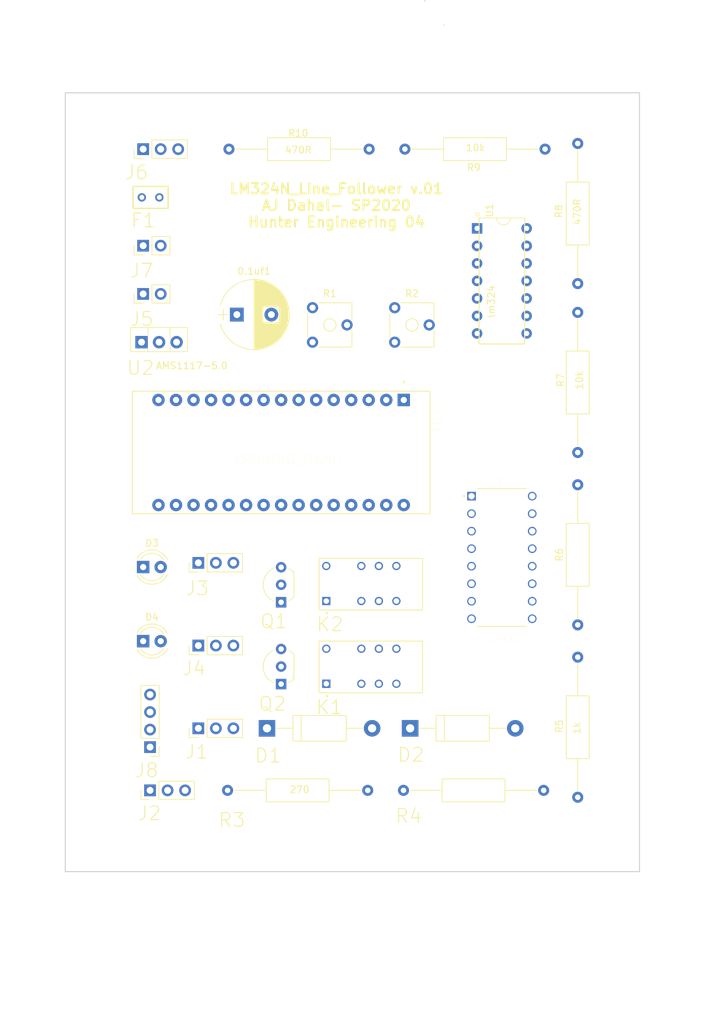
<source format=kicad_pcb>
(kicad_pcb (version 4) (host pcbnew 4.0.6)

  (general
    (links 78)
    (no_connects 77)
    (area 40.641199 47.372199 124.052401 173.861801)
    (thickness 1.6)
    (drawings 8)
    (tracks 0)
    (zones 0)
    (modules 36)
    (nets 29)
  )

  (page A4)
  (layers
    (0 F.Cu signal)
    (31 B.Cu signal)
    (32 B.Adhes user)
    (33 F.Adhes user)
    (34 B.Paste user)
    (35 F.Paste user)
    (36 B.SilkS user)
    (37 F.SilkS user)
    (38 B.Mask user)
    (39 F.Mask user)
    (40 Dwgs.User user)
    (41 Cmts.User user)
    (42 Eco1.User user)
    (43 Eco2.User user)
    (44 Edge.Cuts user)
    (45 Margin user)
    (46 B.CrtYd user)
    (47 F.CrtYd user)
    (48 B.Fab user)
    (49 F.Fab user)
  )

  (setup
    (last_trace_width 0.25)
    (trace_clearance 0.2)
    (zone_clearance 0.508)
    (zone_45_only no)
    (trace_min 0.2)
    (segment_width 0.2)
    (edge_width 0.15)
    (via_size 0.6)
    (via_drill 0.4)
    (via_min_size 0.4)
    (via_min_drill 0.3)
    (uvia_size 0.3)
    (uvia_drill 0.1)
    (uvias_allowed no)
    (uvia_min_size 0.2)
    (uvia_min_drill 0.1)
    (pcb_text_width 0.3)
    (pcb_text_size 1.5 1.5)
    (mod_edge_width 0.15)
    (mod_text_size 1 1)
    (mod_text_width 0.15)
    (pad_size 1.524 1.524)
    (pad_drill 0.762)
    (pad_to_mask_clearance 0.2)
    (aux_axis_origin 0 0)
    (visible_elements 7FFFF7FF)
    (pcbplotparams
      (layerselection 0x00030_80000001)
      (usegerberextensions false)
      (excludeedgelayer true)
      (linewidth 0.100000)
      (plotframeref false)
      (viasonmask false)
      (mode 1)
      (useauxorigin false)
      (hpglpennumber 1)
      (hpglpenspeed 20)
      (hpglpendiameter 15)
      (hpglpenoverlay 2)
      (psnegative false)
      (psa4output false)
      (plotreference true)
      (plotvalue true)
      (plotinvisibletext false)
      (padsonsilk false)
      (subtractmaskfromsilk false)
      (outputformat 1)
      (mirror false)
      (drillshape 0)
      (scaleselection 1)
      (outputdirectory "Gerber_with arduino/"))
  )

  (net 0 "")
  (net 1 +9V)
  (net 2 GND)
  (net 3 "Net-(D1-Pad2)")
  (net 4 "Net-(D2-Pad2)")
  (net 5 OutputPIN1)
  (net 6 "Net-(D3-Pad2)")
  (net 7 OutputPIN4)
  (net 8 "Net-(D4-Pad2)")
  (net 9 "Net-(F1-Pad2)")
  (net 10 V+)
  (net 11 "Net-(J1-Pad2)")
  (net 12 Input4-)
  (net 13 "Net-(J2-Pad2)")
  (net 14 Input1-)
  (net 15 Motor1a)
  (net 16 Motor1b)
  (net 17 Motor2a)
  (net 18 Motor2b)
  (net 19 5V+ard)
  (net 20 "Net-(J6-Pad2)")
  (net 21 9V+)
  (net 22 "Net-(Q1-Pad2)")
  (net 23 "Net-(Q2-Pad2)")
  (net 24 "Net-(TB1-Pad28)")
  (net 25 arOutputPIN1)
  (net 26 arOutputPIN2)
  (net 27 arOutputPIN3)
  (net 28 arOutputPIN4)

  (net_class Default "This is the default net class."
    (clearance 0.2)
    (trace_width 0.25)
    (via_dia 0.6)
    (via_drill 0.4)
    (uvia_dia 0.3)
    (uvia_drill 0.1)
    (add_net +9V)
    (add_net 5V+ard)
    (add_net 9V+)
    (add_net GND)
    (add_net Input1-)
    (add_net Input4-)
    (add_net Motor1a)
    (add_net Motor1b)
    (add_net Motor2a)
    (add_net Motor2b)
    (add_net "Net-(D1-Pad2)")
    (add_net "Net-(D2-Pad2)")
    (add_net "Net-(D3-Pad2)")
    (add_net "Net-(D4-Pad2)")
    (add_net "Net-(F1-Pad2)")
    (add_net "Net-(J1-Pad2)")
    (add_net "Net-(J2-Pad2)")
    (add_net "Net-(J6-Pad2)")
    (add_net "Net-(Q1-Pad2)")
    (add_net "Net-(Q2-Pad2)")
    (add_net "Net-(TB1-Pad28)")
    (add_net OutputPIN1)
    (add_net OutputPIN4)
    (add_net V+)
    (add_net arOutputPIN1)
    (add_net arOutputPIN2)
    (add_net arOutputPIN3)
    (add_net arOutputPIN4)
  )

  (module Capacitors_THT:CP_Radial_D10.0mm_P5.00mm (layer F.Cu) (tedit 5E3D5AF2) (tstamp 5E3C7D27)
    (at 65.5828 93)
    (descr "CP, Radial series, Radial, pin pitch=5.00mm, , diameter=10mm, Electrolytic Capacitor")
    (tags "CP Radial series Radial pin pitch 5.00mm  diameter 10mm Electrolytic Capacitor")
    (path /5E3AA8DC)
    (fp_text reference 0.1uf1 (at 2.5 -6.31) (layer F.SilkS)
      (effects (font (size 1 1) (thickness 0.15)))
    )
    (fp_text value CP (at 2.5 6.31) (layer F.Fab)
      (effects (font (size 1 1) (thickness 0.15)))
    )
    (fp_arc (start 2.5 0) (end -2.399357 -1.38) (angle 148.5) (layer F.SilkS) (width 0.12))
    (fp_arc (start 2.5 0) (end -2.399357 1.38) (angle -148.5) (layer F.SilkS) (width 0.12))
    (fp_arc (start 2.5 0) (end 7.399357 -1.38) (angle 31.5) (layer F.SilkS) (width 0.12))
    (fp_circle (center 2.5 0) (end 7.5 0) (layer F.Fab) (width 0.1))
    (fp_line (start -2.7 0) (end -1.2 0) (layer F.Fab) (width 0.1))
    (fp_line (start -1.95 -0.75) (end -1.95 0.75) (layer F.Fab) (width 0.1))
    (fp_line (start 2.5 -5.05) (end 2.5 5.05) (layer F.SilkS) (width 0.12))
    (fp_line (start 2.54 -5.05) (end 2.54 5.05) (layer F.SilkS) (width 0.12))
    (fp_line (start 2.58 -5.05) (end 2.58 5.05) (layer F.SilkS) (width 0.12))
    (fp_line (start 2.62 -5.049) (end 2.62 5.049) (layer F.SilkS) (width 0.12))
    (fp_line (start 2.66 -5.048) (end 2.66 5.048) (layer F.SilkS) (width 0.12))
    (fp_line (start 2.7 -5.047) (end 2.7 5.047) (layer F.SilkS) (width 0.12))
    (fp_line (start 2.74 -5.045) (end 2.74 5.045) (layer F.SilkS) (width 0.12))
    (fp_line (start 2.78 -5.043) (end 2.78 5.043) (layer F.SilkS) (width 0.12))
    (fp_line (start 2.82 -5.04) (end 2.82 5.04) (layer F.SilkS) (width 0.12))
    (fp_line (start 2.86 -5.038) (end 2.86 5.038) (layer F.SilkS) (width 0.12))
    (fp_line (start 2.9 -5.035) (end 2.9 5.035) (layer F.SilkS) (width 0.12))
    (fp_line (start 2.94 -5.031) (end 2.94 5.031) (layer F.SilkS) (width 0.12))
    (fp_line (start 2.98 -5.028) (end 2.98 5.028) (layer F.SilkS) (width 0.12))
    (fp_line (start 3.02 -5.024) (end 3.02 5.024) (layer F.SilkS) (width 0.12))
    (fp_line (start 3.06 -5.02) (end 3.06 5.02) (layer F.SilkS) (width 0.12))
    (fp_line (start 3.1 -5.015) (end 3.1 5.015) (layer F.SilkS) (width 0.12))
    (fp_line (start 3.14 -5.01) (end 3.14 5.01) (layer F.SilkS) (width 0.12))
    (fp_line (start 3.18 -5.005) (end 3.18 5.005) (layer F.SilkS) (width 0.12))
    (fp_line (start 3.221 -4.999) (end 3.221 4.999) (layer F.SilkS) (width 0.12))
    (fp_line (start 3.261 -4.993) (end 3.261 4.993) (layer F.SilkS) (width 0.12))
    (fp_line (start 3.301 -4.987) (end 3.301 4.987) (layer F.SilkS) (width 0.12))
    (fp_line (start 3.341 -4.981) (end 3.341 4.981) (layer F.SilkS) (width 0.12))
    (fp_line (start 3.381 -4.974) (end 3.381 4.974) (layer F.SilkS) (width 0.12))
    (fp_line (start 3.421 -4.967) (end 3.421 4.967) (layer F.SilkS) (width 0.12))
    (fp_line (start 3.461 -4.959) (end 3.461 4.959) (layer F.SilkS) (width 0.12))
    (fp_line (start 3.501 -4.951) (end 3.501 4.951) (layer F.SilkS) (width 0.12))
    (fp_line (start 3.541 -4.943) (end 3.541 4.943) (layer F.SilkS) (width 0.12))
    (fp_line (start 3.581 -4.935) (end 3.581 4.935) (layer F.SilkS) (width 0.12))
    (fp_line (start 3.621 -4.926) (end 3.621 4.926) (layer F.SilkS) (width 0.12))
    (fp_line (start 3.661 -4.917) (end 3.661 4.917) (layer F.SilkS) (width 0.12))
    (fp_line (start 3.701 -4.907) (end 3.701 4.907) (layer F.SilkS) (width 0.12))
    (fp_line (start 3.741 -4.897) (end 3.741 4.897) (layer F.SilkS) (width 0.12))
    (fp_line (start 3.781 -4.887) (end 3.781 4.887) (layer F.SilkS) (width 0.12))
    (fp_line (start 3.821 -4.876) (end 3.821 -1.181) (layer F.SilkS) (width 0.12))
    (fp_line (start 3.821 1.181) (end 3.821 4.876) (layer F.SilkS) (width 0.12))
    (fp_line (start 3.861 -4.865) (end 3.861 -1.181) (layer F.SilkS) (width 0.12))
    (fp_line (start 3.861 1.181) (end 3.861 4.865) (layer F.SilkS) (width 0.12))
    (fp_line (start 3.901 -4.854) (end 3.901 -1.181) (layer F.SilkS) (width 0.12))
    (fp_line (start 3.901 1.181) (end 3.901 4.854) (layer F.SilkS) (width 0.12))
    (fp_line (start 3.941 -4.843) (end 3.941 -1.181) (layer F.SilkS) (width 0.12))
    (fp_line (start 3.941 1.181) (end 3.941 4.843) (layer F.SilkS) (width 0.12))
    (fp_line (start 3.981 -4.831) (end 3.981 -1.181) (layer F.SilkS) (width 0.12))
    (fp_line (start 3.981 1.181) (end 3.981 4.831) (layer F.SilkS) (width 0.12))
    (fp_line (start 4.021 -4.818) (end 4.021 -1.181) (layer F.SilkS) (width 0.12))
    (fp_line (start 4.021 1.181) (end 4.021 4.818) (layer F.SilkS) (width 0.12))
    (fp_line (start 4.061 -4.806) (end 4.061 -1.181) (layer F.SilkS) (width 0.12))
    (fp_line (start 4.061 1.181) (end 4.061 4.806) (layer F.SilkS) (width 0.12))
    (fp_line (start 4.101 -4.792) (end 4.101 -1.181) (layer F.SilkS) (width 0.12))
    (fp_line (start 4.101 1.181) (end 4.101 4.792) (layer F.SilkS) (width 0.12))
    (fp_line (start 4.141 -4.779) (end 4.141 -1.181) (layer F.SilkS) (width 0.12))
    (fp_line (start 4.141 1.181) (end 4.141 4.779) (layer F.SilkS) (width 0.12))
    (fp_line (start 4.181 -4.765) (end 4.181 -1.181) (layer F.SilkS) (width 0.12))
    (fp_line (start 4.181 1.181) (end 4.181 4.765) (layer F.SilkS) (width 0.12))
    (fp_line (start 4.221 -4.751) (end 4.221 -1.181) (layer F.SilkS) (width 0.12))
    (fp_line (start 4.221 1.181) (end 4.221 4.751) (layer F.SilkS) (width 0.12))
    (fp_line (start 4.261 -4.737) (end 4.261 -1.181) (layer F.SilkS) (width 0.12))
    (fp_line (start 4.261 1.181) (end 4.261 4.737) (layer F.SilkS) (width 0.12))
    (fp_line (start 4.301 -4.722) (end 4.301 -1.181) (layer F.SilkS) (width 0.12))
    (fp_line (start 4.301 1.181) (end 4.301 4.722) (layer F.SilkS) (width 0.12))
    (fp_line (start 4.341 -4.706) (end 4.341 -1.181) (layer F.SilkS) (width 0.12))
    (fp_line (start 4.341 1.181) (end 4.341 4.706) (layer F.SilkS) (width 0.12))
    (fp_line (start 4.381 -4.691) (end 4.381 -1.181) (layer F.SilkS) (width 0.12))
    (fp_line (start 4.381 1.181) (end 4.381 4.691) (layer F.SilkS) (width 0.12))
    (fp_line (start 4.421 -4.674) (end 4.421 -1.181) (layer F.SilkS) (width 0.12))
    (fp_line (start 4.421 1.181) (end 4.421 4.674) (layer F.SilkS) (width 0.12))
    (fp_line (start 4.461 -4.658) (end 4.461 -1.181) (layer F.SilkS) (width 0.12))
    (fp_line (start 4.461 1.181) (end 4.461 4.658) (layer F.SilkS) (width 0.12))
    (fp_line (start 4.501 -4.641) (end 4.501 -1.181) (layer F.SilkS) (width 0.12))
    (fp_line (start 4.501 1.181) (end 4.501 4.641) (layer F.SilkS) (width 0.12))
    (fp_line (start 4.541 -4.624) (end 4.541 -1.181) (layer F.SilkS) (width 0.12))
    (fp_line (start 4.541 1.181) (end 4.541 4.624) (layer F.SilkS) (width 0.12))
    (fp_line (start 4.581 -4.606) (end 4.581 -1.181) (layer F.SilkS) (width 0.12))
    (fp_line (start 4.581 1.181) (end 4.581 4.606) (layer F.SilkS) (width 0.12))
    (fp_line (start 4.621 -4.588) (end 4.621 -1.181) (layer F.SilkS) (width 0.12))
    (fp_line (start 4.621 1.181) (end 4.621 4.588) (layer F.SilkS) (width 0.12))
    (fp_line (start 4.661 -4.569) (end 4.661 -1.181) (layer F.SilkS) (width 0.12))
    (fp_line (start 4.661 1.181) (end 4.661 4.569) (layer F.SilkS) (width 0.12))
    (fp_line (start 4.701 -4.55) (end 4.701 -1.181) (layer F.SilkS) (width 0.12))
    (fp_line (start 4.701 1.181) (end 4.701 4.55) (layer F.SilkS) (width 0.12))
    (fp_line (start 4.741 -4.531) (end 4.741 -1.181) (layer F.SilkS) (width 0.12))
    (fp_line (start 4.741 1.181) (end 4.741 4.531) (layer F.SilkS) (width 0.12))
    (fp_line (start 4.781 -4.511) (end 4.781 -1.181) (layer F.SilkS) (width 0.12))
    (fp_line (start 4.781 1.181) (end 4.781 4.511) (layer F.SilkS) (width 0.12))
    (fp_line (start 4.821 -4.491) (end 4.821 -1.181) (layer F.SilkS) (width 0.12))
    (fp_line (start 4.821 1.181) (end 4.821 4.491) (layer F.SilkS) (width 0.12))
    (fp_line (start 4.861 -4.47) (end 4.861 -1.181) (layer F.SilkS) (width 0.12))
    (fp_line (start 4.861 1.181) (end 4.861 4.47) (layer F.SilkS) (width 0.12))
    (fp_line (start 4.901 -4.449) (end 4.901 -1.181) (layer F.SilkS) (width 0.12))
    (fp_line (start 4.901 1.181) (end 4.901 4.449) (layer F.SilkS) (width 0.12))
    (fp_line (start 4.941 -4.428) (end 4.941 -1.181) (layer F.SilkS) (width 0.12))
    (fp_line (start 4.941 1.181) (end 4.941 4.428) (layer F.SilkS) (width 0.12))
    (fp_line (start 4.981 -4.405) (end 4.981 -1.181) (layer F.SilkS) (width 0.12))
    (fp_line (start 4.981 1.181) (end 4.981 4.405) (layer F.SilkS) (width 0.12))
    (fp_line (start 5.021 -4.383) (end 5.021 -1.181) (layer F.SilkS) (width 0.12))
    (fp_line (start 5.021 1.181) (end 5.021 4.383) (layer F.SilkS) (width 0.12))
    (fp_line (start 5.061 -4.36) (end 5.061 -1.181) (layer F.SilkS) (width 0.12))
    (fp_line (start 5.061 1.181) (end 5.061 4.36) (layer F.SilkS) (width 0.12))
    (fp_line (start 5.101 -4.336) (end 5.101 -1.181) (layer F.SilkS) (width 0.12))
    (fp_line (start 5.101 1.181) (end 5.101 4.336) (layer F.SilkS) (width 0.12))
    (fp_line (start 5.141 -4.312) (end 5.141 -1.181) (layer F.SilkS) (width 0.12))
    (fp_line (start 5.141 1.181) (end 5.141 4.312) (layer F.SilkS) (width 0.12))
    (fp_line (start 5.181 -4.288) (end 5.181 -1.181) (layer F.SilkS) (width 0.12))
    (fp_line (start 5.181 1.181) (end 5.181 4.288) (layer F.SilkS) (width 0.12))
    (fp_line (start 5.221 -4.263) (end 5.221 -1.181) (layer F.SilkS) (width 0.12))
    (fp_line (start 5.221 1.181) (end 5.221 4.263) (layer F.SilkS) (width 0.12))
    (fp_line (start 5.261 -4.237) (end 5.261 -1.181) (layer F.SilkS) (width 0.12))
    (fp_line (start 5.261 1.181) (end 5.261 4.237) (layer F.SilkS) (width 0.12))
    (fp_line (start 5.301 -4.211) (end 5.301 -1.181) (layer F.SilkS) (width 0.12))
    (fp_line (start 5.301 1.181) (end 5.301 4.211) (layer F.SilkS) (width 0.12))
    (fp_line (start 5.341 -4.185) (end 5.341 -1.181) (layer F.SilkS) (width 0.12))
    (fp_line (start 5.341 1.181) (end 5.341 4.185) (layer F.SilkS) (width 0.12))
    (fp_line (start 5.381 -4.157) (end 5.381 -1.181) (layer F.SilkS) (width 0.12))
    (fp_line (start 5.381 1.181) (end 5.381 4.157) (layer F.SilkS) (width 0.12))
    (fp_line (start 5.421 -4.13) (end 5.421 -1.181) (layer F.SilkS) (width 0.12))
    (fp_line (start 5.421 1.181) (end 5.421 4.13) (layer F.SilkS) (width 0.12))
    (fp_line (start 5.461 -4.101) (end 5.461 -1.181) (layer F.SilkS) (width 0.12))
    (fp_line (start 5.461 1.181) (end 5.461 4.101) (layer F.SilkS) (width 0.12))
    (fp_line (start 5.501 -4.072) (end 5.501 -1.181) (layer F.SilkS) (width 0.12))
    (fp_line (start 5.501 1.181) (end 5.501 4.072) (layer F.SilkS) (width 0.12))
    (fp_line (start 5.541 -4.043) (end 5.541 -1.181) (layer F.SilkS) (width 0.12))
    (fp_line (start 5.541 1.181) (end 5.541 4.043) (layer F.SilkS) (width 0.12))
    (fp_line (start 5.581 -4.013) (end 5.581 -1.181) (layer F.SilkS) (width 0.12))
    (fp_line (start 5.581 1.181) (end 5.581 4.013) (layer F.SilkS) (width 0.12))
    (fp_line (start 5.621 -3.982) (end 5.621 -1.181) (layer F.SilkS) (width 0.12))
    (fp_line (start 5.621 1.181) (end 5.621 3.982) (layer F.SilkS) (width 0.12))
    (fp_line (start 5.661 -3.951) (end 5.661 -1.181) (layer F.SilkS) (width 0.12))
    (fp_line (start 5.661 1.181) (end 5.661 3.951) (layer F.SilkS) (width 0.12))
    (fp_line (start 5.701 -3.919) (end 5.701 -1.181) (layer F.SilkS) (width 0.12))
    (fp_line (start 5.701 1.181) (end 5.701 3.919) (layer F.SilkS) (width 0.12))
    (fp_line (start 5.741 -3.886) (end 5.741 -1.181) (layer F.SilkS) (width 0.12))
    (fp_line (start 5.741 1.181) (end 5.741 3.886) (layer F.SilkS) (width 0.12))
    (fp_line (start 5.781 -3.853) (end 5.781 -1.181) (layer F.SilkS) (width 0.12))
    (fp_line (start 5.781 1.181) (end 5.781 3.853) (layer F.SilkS) (width 0.12))
    (fp_line (start 5.821 -3.819) (end 5.821 -1.181) (layer F.SilkS) (width 0.12))
    (fp_line (start 5.821 1.181) (end 5.821 3.819) (layer F.SilkS) (width 0.12))
    (fp_line (start 5.861 -3.784) (end 5.861 -1.181) (layer F.SilkS) (width 0.12))
    (fp_line (start 5.861 1.181) (end 5.861 3.784) (layer F.SilkS) (width 0.12))
    (fp_line (start 5.901 -3.748) (end 5.901 -1.181) (layer F.SilkS) (width 0.12))
    (fp_line (start 5.901 1.181) (end 5.901 3.748) (layer F.SilkS) (width 0.12))
    (fp_line (start 5.941 -3.712) (end 5.941 -1.181) (layer F.SilkS) (width 0.12))
    (fp_line (start 5.941 1.181) (end 5.941 3.712) (layer F.SilkS) (width 0.12))
    (fp_line (start 5.981 -3.675) (end 5.981 -1.181) (layer F.SilkS) (width 0.12))
    (fp_line (start 5.981 1.181) (end 5.981 3.675) (layer F.SilkS) (width 0.12))
    (fp_line (start 6.021 -3.637) (end 6.021 -1.181) (layer F.SilkS) (width 0.12))
    (fp_line (start 6.021 1.181) (end 6.021 3.637) (layer F.SilkS) (width 0.12))
    (fp_line (start 6.061 -3.598) (end 6.061 -1.181) (layer F.SilkS) (width 0.12))
    (fp_line (start 6.061 1.181) (end 6.061 3.598) (layer F.SilkS) (width 0.12))
    (fp_line (start 6.101 -3.559) (end 6.101 -1.181) (layer F.SilkS) (width 0.12))
    (fp_line (start 6.101 1.181) (end 6.101 3.559) (layer F.SilkS) (width 0.12))
    (fp_line (start 6.141 -3.518) (end 6.141 -1.181) (layer F.SilkS) (width 0.12))
    (fp_line (start 6.141 1.181) (end 6.141 3.518) (layer F.SilkS) (width 0.12))
    (fp_line (start 6.181 -3.477) (end 6.181 3.477) (layer F.SilkS) (width 0.12))
    (fp_line (start 6.221 -3.435) (end 6.221 3.435) (layer F.SilkS) (width 0.12))
    (fp_line (start 6.261 -3.391) (end 6.261 3.391) (layer F.SilkS) (width 0.12))
    (fp_line (start 6.301 -3.347) (end 6.301 3.347) (layer F.SilkS) (width 0.12))
    (fp_line (start 6.341 -3.302) (end 6.341 3.302) (layer F.SilkS) (width 0.12))
    (fp_line (start 6.381 -3.255) (end 6.381 3.255) (layer F.SilkS) (width 0.12))
    (fp_line (start 6.421 -3.207) (end 6.421 3.207) (layer F.SilkS) (width 0.12))
    (fp_line (start 6.461 -3.158) (end 6.461 3.158) (layer F.SilkS) (width 0.12))
    (fp_line (start 6.501 -3.108) (end 6.501 3.108) (layer F.SilkS) (width 0.12))
    (fp_line (start 6.541 -3.057) (end 6.541 3.057) (layer F.SilkS) (width 0.12))
    (fp_line (start 6.581 -3.004) (end 6.581 3.004) (layer F.SilkS) (width 0.12))
    (fp_line (start 6.621 -2.949) (end 6.621 2.949) (layer F.SilkS) (width 0.12))
    (fp_line (start 6.661 -2.894) (end 6.661 2.894) (layer F.SilkS) (width 0.12))
    (fp_line (start 6.701 -2.836) (end 6.701 2.836) (layer F.SilkS) (width 0.12))
    (fp_line (start 6.741 -2.777) (end 6.741 2.777) (layer F.SilkS) (width 0.12))
    (fp_line (start 6.781 -2.715) (end 6.781 2.715) (layer F.SilkS) (width 0.12))
    (fp_line (start 6.821 -2.652) (end 6.821 2.652) (layer F.SilkS) (width 0.12))
    (fp_line (start 6.861 -2.587) (end 6.861 2.587) (layer F.SilkS) (width 0.12))
    (fp_line (start 6.901 -2.519) (end 6.901 2.519) (layer F.SilkS) (width 0.12))
    (fp_line (start 6.941 -2.449) (end 6.941 2.449) (layer F.SilkS) (width 0.12))
    (fp_line (start 6.981 -2.377) (end 6.981 2.377) (layer F.SilkS) (width 0.12))
    (fp_line (start 7.021 -2.301) (end 7.021 2.301) (layer F.SilkS) (width 0.12))
    (fp_line (start 7.061 -2.222) (end 7.061 2.222) (layer F.SilkS) (width 0.12))
    (fp_line (start 7.101 -2.14) (end 7.101 2.14) (layer F.SilkS) (width 0.12))
    (fp_line (start 7.141 -2.053) (end 7.141 2.053) (layer F.SilkS) (width 0.12))
    (fp_line (start 7.181 -1.962) (end 7.181 1.962) (layer F.SilkS) (width 0.12))
    (fp_line (start 7.221 -1.866) (end 7.221 1.866) (layer F.SilkS) (width 0.12))
    (fp_line (start 7.261 -1.763) (end 7.261 1.763) (layer F.SilkS) (width 0.12))
    (fp_line (start 7.301 -1.654) (end 7.301 1.654) (layer F.SilkS) (width 0.12))
    (fp_line (start 7.341 -1.536) (end 7.341 1.536) (layer F.SilkS) (width 0.12))
    (fp_line (start 7.381 -1.407) (end 7.381 1.407) (layer F.SilkS) (width 0.12))
    (fp_line (start 7.421 -1.265) (end 7.421 1.265) (layer F.SilkS) (width 0.12))
    (fp_line (start 7.461 -1.104) (end 7.461 1.104) (layer F.SilkS) (width 0.12))
    (fp_line (start 7.501 -0.913) (end 7.501 0.913) (layer F.SilkS) (width 0.12))
    (fp_line (start 7.541 -0.672) (end 7.541 0.672) (layer F.SilkS) (width 0.12))
    (fp_line (start 7.581 -0.279) (end 7.581 0.279) (layer F.SilkS) (width 0.12))
    (fp_line (start -2.7 0) (end -1.2 0) (layer F.SilkS) (width 0.12))
    (fp_line (start -1.95 -0.75) (end -1.95 0.75) (layer F.SilkS) (width 0.12))
    (fp_line (start -2.85 -5.35) (end -2.85 5.35) (layer F.CrtYd) (width 0.05))
    (fp_line (start -2.85 5.35) (end 7.85 5.35) (layer F.CrtYd) (width 0.05))
    (fp_line (start 7.85 5.35) (end 7.85 -5.35) (layer F.CrtYd) (width 0.05))
    (fp_line (start 7.85 -5.35) (end -2.85 -5.35) (layer F.CrtYd) (width 0.05))
    (fp_text user %R (at 2.5146 -2.9718) (layer F.Fab)
      (effects (font (size 1 1) (thickness 0.15)))
    )
    (pad 1 thru_hole rect (at 0 0) (size 2 2) (drill 1) (layers *.Cu *.Mask)
      (net 1 +9V))
    (pad 2 thru_hole circle (at 5 0) (size 2 2) (drill 1) (layers *.Cu *.Mask)
      (net 2 GND))
    (model ${KISYS3DMOD}/Capacitors_THT.3dshapes/CP_Radial_D10.0mm_P5.00mm.wrl
      (at (xyz 0 0 0))
      (scale (xyz 1 1 1))
      (rotate (xyz 0 0 0))
    )
  )

  (module lm324m_Line:C320C (layer F.Cu) (tedit 5E615ACA) (tstamp 5E3C7D8D)
    (at 46.0756 83 180)
    (descr <b>C320C</b><br>)
    (path /5E3AE98B)
    (fp_text reference F1 (at -5.9436 3.6576 180) (layer F.SilkS)
      (effects (font (size 2 2) (thickness 0.15)))
    )
    (fp_text value "" (at -8.0518 9.398 180) (layer F.SilkS)
      (effects (font (size 1 1) (thickness 0.015)))
    )
    (fp_line (start -9.54 5.41) (end -4.46 5.41) (layer F.SilkS) (width 0.2))
    (fp_line (start -4.46 5.41) (end -4.46 8.59) (layer F.SilkS) (width 0.2))
    (fp_line (start -4.46 8.59) (end -9.54 8.59) (layer F.SilkS) (width 0.2))
    (fp_line (start -9.54 8.59) (end -9.54 5.41) (layer F.SilkS) (width 0.2))
    (fp_line (start -9.54 5.41) (end -4.46 5.41) (layer F.Fab) (width 0.2))
    (fp_line (start -4.46 5.41) (end -4.46 8.59) (layer F.Fab) (width 0.2))
    (fp_line (start -4.46 8.59) (end -9.54 8.59) (layer F.Fab) (width 0.2))
    (fp_line (start -9.54 8.59) (end -9.54 5.41) (layer F.Fab) (width 0.2))
    (pad 1 thru_hole circle (at -8.27 7 180) (size 1.21 1.21) (drill 0.71) (layers *.Cu *.Mask)
      (net 1 +9V))
    (pad 2 thru_hole circle (at -5.73 7 180) (size 1.21 1.21) (drill 0.71) (layers *.Cu *.Mask)
      (net 9 "Net-(F1-Pad2)"))
  )

  (module EC2-5NU:RELAY_EC2-5NU (layer F.Cu) (tedit 5E615C08) (tstamp 5E3C7E40)
    (at 85 144 90)
    (path /5E3982FA)
    (fp_text reference K1 (at -5.9362 -6.006 180) (layer F.SilkS)
      (effects (font (size 2 2) (thickness 0.15)))
    )
    (fp_text value "" (at 0.3302 10.0076 90) (layer F.SilkS)
      (effects (font (size 1.4 1.4) (thickness 0.015)))
    )
    (fp_line (start -3.85 -7.5) (end 3.65 -7.5) (layer F.Fab) (width 0.127))
    (fp_line (start 3.65 -7.5) (end 3.65 7.5) (layer F.Fab) (width 0.127))
    (fp_line (start 3.65 7.5) (end -3.85 7.5) (layer F.Fab) (width 0.127))
    (fp_line (start -3.85 7.5) (end -3.85 -7.5) (layer F.Fab) (width 0.127))
    (fp_line (start -3.85 -7.5) (end 3.65 -7.5) (layer F.SilkS) (width 0.127))
    (fp_line (start 3.65 -7.5) (end 3.65 7.5) (layer F.SilkS) (width 0.127))
    (fp_line (start 3.65 7.5) (end -3.85 7.5) (layer F.SilkS) (width 0.127))
    (fp_line (start -3.85 7.5) (end -3.85 -7.5) (layer F.SilkS) (width 0.127))
    (fp_circle (center -4.3 -6.37) (end -4.2 -6.37) (layer F.Fab) (width 0.2))
    (fp_circle (center -4.3 -6.37) (end -4.2 -6.37) (layer F.SilkS) (width 0.2))
    (fp_line (start 3.9 -7.75) (end -4.1 -7.75) (layer F.CrtYd) (width 0.05))
    (fp_line (start -4.1 -7.75) (end -4.1 7.75) (layer F.CrtYd) (width 0.05))
    (fp_line (start -4.1 7.75) (end 3.9 7.75) (layer F.CrtYd) (width 0.05))
    (fp_line (start 3.9 7.75) (end 3.9 -7.75) (layer F.CrtYd) (width 0.05))
    (pad 1 thru_hole rect (at -2.54 -6.45 90) (size 1.2 1.2) (drill 0.8) (layers *.Cu *.Mask)
      (net 10 V+))
    (pad 12 thru_hole circle (at 2.54 -6.45 90) (size 1.2 1.2) (drill 0.8) (layers *.Cu *.Mask)
      (net 3 "Net-(D1-Pad2)"))
    (pad 3 thru_hole circle (at -2.54 -1.37 90) (size 1.2 1.2) (drill 0.8) (layers *.Cu *.Mask))
    (pad 8 thru_hole circle (at 2.54 3.71 90) (size 1.2 1.2) (drill 0.8) (layers *.Cu *.Mask))
    (pad 4 thru_hole circle (at -2.54 1.17 90) (size 1.2 1.2) (drill 0.8) (layers *.Cu *.Mask)
      (net 17 Motor2a))
    (pad 5 thru_hole circle (at -2.54 3.71 90) (size 1.2 1.2) (drill 0.8) (layers *.Cu *.Mask)
      (net 18 Motor2b))
    (pad 10 thru_hole circle (at 2.54 -1.37 90) (size 1.2 1.2) (drill 0.8) (layers *.Cu *.Mask))
    (pad 9 thru_hole circle (at 2.54 1.17 90) (size 1.2 1.2) (drill 0.8) (layers *.Cu *.Mask))
  )

  (module EC2-5NU:RELAY_EC2-5NU (layer F.Cu) (tedit 5E615C0C) (tstamp 5E3C7E5A)
    (at 85 132 90)
    (path /5E39F0CE)
    (fp_text reference K2 (at -5.922 -5.9298 180) (layer F.SilkS)
      (effects (font (size 2 2) (thickness 0.15)))
    )
    (fp_text value "" (at -3.2766 8.7376 90) (layer F.SilkS)
      (effects (font (size 1.4 1.4) (thickness 0.015)))
    )
    (fp_line (start -3.85 -7.5) (end 3.65 -7.5) (layer F.Fab) (width 0.127))
    (fp_line (start 3.65 -7.5) (end 3.65 7.5) (layer F.Fab) (width 0.127))
    (fp_line (start 3.65 7.5) (end -3.85 7.5) (layer F.Fab) (width 0.127))
    (fp_line (start -3.85 7.5) (end -3.85 -7.5) (layer F.Fab) (width 0.127))
    (fp_line (start -3.85 -7.5) (end 3.65 -7.5) (layer F.SilkS) (width 0.127))
    (fp_line (start 3.65 -7.5) (end 3.65 7.5) (layer F.SilkS) (width 0.127))
    (fp_line (start 3.65 7.5) (end -3.85 7.5) (layer F.SilkS) (width 0.127))
    (fp_line (start -3.85 7.5) (end -3.85 -7.5) (layer F.SilkS) (width 0.127))
    (fp_circle (center -4.3 -6.37) (end -4.2 -6.37) (layer F.Fab) (width 0.2))
    (fp_circle (center -4.3 -6.37) (end -4.2 -6.37) (layer F.SilkS) (width 0.2))
    (fp_line (start 3.9 -7.75) (end -4.1 -7.75) (layer F.CrtYd) (width 0.05))
    (fp_line (start -4.1 -7.75) (end -4.1 7.75) (layer F.CrtYd) (width 0.05))
    (fp_line (start -4.1 7.75) (end 3.9 7.75) (layer F.CrtYd) (width 0.05))
    (fp_line (start 3.9 7.75) (end 3.9 -7.75) (layer F.CrtYd) (width 0.05))
    (pad 1 thru_hole rect (at -2.54 -6.45 90) (size 1.2 1.2) (drill 0.8) (layers *.Cu *.Mask)
      (net 10 V+))
    (pad 12 thru_hole circle (at 2.54 -6.45 90) (size 1.2 1.2) (drill 0.8) (layers *.Cu *.Mask)
      (net 4 "Net-(D2-Pad2)"))
    (pad 3 thru_hole circle (at -2.54 -1.37 90) (size 1.2 1.2) (drill 0.8) (layers *.Cu *.Mask))
    (pad 8 thru_hole circle (at 2.54 3.71 90) (size 1.2 1.2) (drill 0.8) (layers *.Cu *.Mask))
    (pad 4 thru_hole circle (at -2.54 1.17 90) (size 1.2 1.2) (drill 0.8) (layers *.Cu *.Mask)
      (net 15 Motor1a))
    (pad 5 thru_hole circle (at -2.54 3.71 90) (size 1.2 1.2) (drill 0.8) (layers *.Cu *.Mask)
      (net 16 Motor1b))
    (pad 10 thru_hole circle (at 2.54 -1.37 90) (size 1.2 1.2) (drill 0.8) (layers *.Cu *.Mask))
    (pad 9 thru_hole circle (at 2.54 1.17 90) (size 1.2 1.2) (drill 0.8) (layers *.Cu *.Mask))
  )

  (module Resistors_THT:R_Axial_DIN0309_L9.0mm_D3.2mm_P20.32mm_Horizontal (layer F.Cu) (tedit 5E615C5F) (tstamp 5E3C7EBE)
    (at 64.2366 162)
    (descr "Resistor, Axial_DIN0309 series, Axial, Horizontal, pin pitch=20.32mm, 0.5W = 1/2W, length*diameter=9*3.2mm^2, http://cdn-reichelt.de/documents/datenblatt/B400/1_4W%23YAG.pdf")
    (tags "Resistor Axial_DIN0309 series Axial Horizontal pin pitch 20.32mm 0.5W = 1/2W length 9mm diameter 3.2mm")
    (path /5E399A6C)
    (fp_text reference R3 (at 0.635 4.2938) (layer F.SilkS)
      (effects (font (size 2 2) (thickness 0.15)))
    )
    (fp_text value 270 (at 10.4394 -0.127) (layer F.SilkS)
      (effects (font (size 1 1) (thickness 0.15)))
    )
    (fp_line (start 5.66 -1.6) (end 5.66 1.6) (layer F.Fab) (width 0.1))
    (fp_line (start 5.66 1.6) (end 14.66 1.6) (layer F.Fab) (width 0.1))
    (fp_line (start 14.66 1.6) (end 14.66 -1.6) (layer F.Fab) (width 0.1))
    (fp_line (start 14.66 -1.6) (end 5.66 -1.6) (layer F.Fab) (width 0.1))
    (fp_line (start 0 0) (end 5.66 0) (layer F.Fab) (width 0.1))
    (fp_line (start 20.32 0) (end 14.66 0) (layer F.Fab) (width 0.1))
    (fp_line (start 5.6 -1.66) (end 5.6 1.66) (layer F.SilkS) (width 0.12))
    (fp_line (start 5.6 1.66) (end 14.72 1.66) (layer F.SilkS) (width 0.12))
    (fp_line (start 14.72 1.66) (end 14.72 -1.66) (layer F.SilkS) (width 0.12))
    (fp_line (start 14.72 -1.66) (end 5.6 -1.66) (layer F.SilkS) (width 0.12))
    (fp_line (start 0.98 0) (end 5.6 0) (layer F.SilkS) (width 0.12))
    (fp_line (start 19.34 0) (end 14.72 0) (layer F.SilkS) (width 0.12))
    (fp_line (start -1.05 -1.95) (end -1.05 1.95) (layer F.CrtYd) (width 0.05))
    (fp_line (start -1.05 1.95) (end 21.4 1.95) (layer F.CrtYd) (width 0.05))
    (fp_line (start 21.4 1.95) (end 21.4 -1.95) (layer F.CrtYd) (width 0.05))
    (fp_line (start 21.4 -1.95) (end -1.05 -1.95) (layer F.CrtYd) (width 0.05))
    (pad 1 thru_hole circle (at 0 0) (size 1.6 1.6) (drill 0.8) (layers *.Cu *.Mask)
      (net 6 "Net-(D3-Pad2)"))
    (pad 2 thru_hole oval (at 20.32 0) (size 1.6 1.6) (drill 0.8) (layers *.Cu *.Mask)
      (net 2 GND))
    (model ${KISYS3DMOD}/Resistors_THT.3dshapes/R_Axial_DIN0309_L9.0mm_D3.2mm_P20.32mm_Horizontal.wrl
      (at (xyz 0 0 0))
      (scale (xyz 0.393701 0.393701 0.393701))
      (rotate (xyz 0 0 0))
    )
  )

  (module Resistors_THT:R_Axial_DIN0309_L9.0mm_D3.2mm_P20.32mm_Horizontal (layer F.Cu) (tedit 5E615C4E) (tstamp 5E3C7ED4)
    (at 89.7382 162)
    (descr "Resistor, Axial_DIN0309 series, Axial, Horizontal, pin pitch=20.32mm, 0.5W = 1/2W, length*diameter=9*3.2mm^2, http://cdn-reichelt.de/documents/datenblatt/B400/1_4W%23YAG.pdf")
    (tags "Resistor Axial_DIN0309 series Axial Horizontal pin pitch 20.32mm 0.5W = 1/2W length 9mm diameter 3.2mm")
    (path /5E39F0E3)
    (fp_text reference R4 (at 0.762 3.7096) (layer F.SilkS)
      (effects (font (size 2 2) (thickness 0.15)))
    )
    (fp_text value "" (at 10.287 -0.0508) (layer F.SilkS)
      (effects (font (size 1 1) (thickness 0.15)))
    )
    (fp_line (start 5.66 -1.6) (end 5.66 1.6) (layer F.Fab) (width 0.1))
    (fp_line (start 5.66 1.6) (end 14.66 1.6) (layer F.Fab) (width 0.1))
    (fp_line (start 14.66 1.6) (end 14.66 -1.6) (layer F.Fab) (width 0.1))
    (fp_line (start 14.66 -1.6) (end 5.66 -1.6) (layer F.Fab) (width 0.1))
    (fp_line (start 0 0) (end 5.66 0) (layer F.Fab) (width 0.1))
    (fp_line (start 20.32 0) (end 14.66 0) (layer F.Fab) (width 0.1))
    (fp_line (start 5.6 -1.66) (end 5.6 1.66) (layer F.SilkS) (width 0.12))
    (fp_line (start 5.6 1.66) (end 14.72 1.66) (layer F.SilkS) (width 0.12))
    (fp_line (start 14.72 1.66) (end 14.72 -1.66) (layer F.SilkS) (width 0.12))
    (fp_line (start 14.72 -1.66) (end 5.6 -1.66) (layer F.SilkS) (width 0.12))
    (fp_line (start 0.98 0) (end 5.6 0) (layer F.SilkS) (width 0.12))
    (fp_line (start 19.34 0) (end 14.72 0) (layer F.SilkS) (width 0.12))
    (fp_line (start -1.05 -1.95) (end -1.05 1.95) (layer F.CrtYd) (width 0.05))
    (fp_line (start -1.05 1.95) (end 21.4 1.95) (layer F.CrtYd) (width 0.05))
    (fp_line (start 21.4 1.95) (end 21.4 -1.95) (layer F.CrtYd) (width 0.05))
    (fp_line (start 21.4 -1.95) (end -1.05 -1.95) (layer F.CrtYd) (width 0.05))
    (pad 1 thru_hole circle (at 0 0) (size 1.6 1.6) (drill 0.8) (layers *.Cu *.Mask)
      (net 8 "Net-(D4-Pad2)"))
    (pad 2 thru_hole oval (at 20.32 0) (size 1.6 1.6) (drill 0.8) (layers *.Cu *.Mask)
      (net 2 GND))
    (model ${KISYS3DMOD}/Resistors_THT.3dshapes/R_Axial_DIN0309_L9.0mm_D3.2mm_P20.32mm_Horizontal.wrl
      (at (xyz 0 0 0))
      (scale (xyz 0.393701 0.393701 0.393701))
      (rotate (xyz 0 0 0))
    )
  )

  (module Resistors_THT:R_Axial_DIN0309_L9.0mm_D3.2mm_P20.32mm_Horizontal (layer F.Cu) (tedit 5E3D5E25) (tstamp 5E3C7EEA)
    (at 115 163 90)
    (descr "Resistor, Axial_DIN0309 series, Axial, Horizontal, pin pitch=20.32mm, 0.5W = 1/2W, length*diameter=9*3.2mm^2, http://cdn-reichelt.de/documents/datenblatt/B400/1_4W%23YAG.pdf")
    (tags "Resistor Axial_DIN0309 series Axial Horizontal pin pitch 20.32mm 0.5W = 1/2W length 9mm diameter 3.2mm")
    (path /5E398258)
    (fp_text reference R5 (at 10.287 -2.667 90) (layer F.SilkS)
      (effects (font (size 1 1) (thickness 0.15)))
    )
    (fp_text value 1k (at 10.033 -0.127 90) (layer F.SilkS)
      (effects (font (size 1 1) (thickness 0.15)))
    )
    (fp_line (start 5.66 -1.6) (end 5.66 1.6) (layer F.Fab) (width 0.1))
    (fp_line (start 5.66 1.6) (end 14.66 1.6) (layer F.Fab) (width 0.1))
    (fp_line (start 14.66 1.6) (end 14.66 -1.6) (layer F.Fab) (width 0.1))
    (fp_line (start 14.66 -1.6) (end 5.66 -1.6) (layer F.Fab) (width 0.1))
    (fp_line (start 0 0) (end 5.66 0) (layer F.Fab) (width 0.1))
    (fp_line (start 20.32 0) (end 14.66 0) (layer F.Fab) (width 0.1))
    (fp_line (start 5.6 -1.66) (end 5.6 1.66) (layer F.SilkS) (width 0.12))
    (fp_line (start 5.6 1.66) (end 14.72 1.66) (layer F.SilkS) (width 0.12))
    (fp_line (start 14.72 1.66) (end 14.72 -1.66) (layer F.SilkS) (width 0.12))
    (fp_line (start 14.72 -1.66) (end 5.6 -1.66) (layer F.SilkS) (width 0.12))
    (fp_line (start 0.98 0) (end 5.6 0) (layer F.SilkS) (width 0.12))
    (fp_line (start 19.34 0) (end 14.72 0) (layer F.SilkS) (width 0.12))
    (fp_line (start -1.05 -1.95) (end -1.05 1.95) (layer F.CrtYd) (width 0.05))
    (fp_line (start -1.05 1.95) (end 21.4 1.95) (layer F.CrtYd) (width 0.05))
    (fp_line (start 21.4 1.95) (end 21.4 -1.95) (layer F.CrtYd) (width 0.05))
    (fp_line (start 21.4 -1.95) (end -1.05 -1.95) (layer F.CrtYd) (width 0.05))
    (pad 1 thru_hole circle (at 0 0 90) (size 1.6 1.6) (drill 0.8) (layers *.Cu *.Mask)
      (net 5 OutputPIN1))
    (pad 2 thru_hole oval (at 20.32 0 90) (size 1.6 1.6) (drill 0.8) (layers *.Cu *.Mask)
      (net 22 "Net-(Q1-Pad2)"))
    (model ${KISYS3DMOD}/Resistors_THT.3dshapes/R_Axial_DIN0309_L9.0mm_D3.2mm_P20.32mm_Horizontal.wrl
      (at (xyz 0 0 0))
      (scale (xyz 0.393701 0.393701 0.393701))
      (rotate (xyz 0 0 0))
    )
  )

  (module Resistors_THT:R_Axial_DIN0309_L9.0mm_D3.2mm_P20.32mm_Horizontal (layer F.Cu) (tedit 5874F706) (tstamp 5E3C7F00)
    (at 115 138 90)
    (descr "Resistor, Axial_DIN0309 series, Axial, Horizontal, pin pitch=20.32mm, 0.5W = 1/2W, length*diameter=9*3.2mm^2, http://cdn-reichelt.de/documents/datenblatt/B400/1_4W%23YAG.pdf")
    (tags "Resistor Axial_DIN0309 series Axial Horizontal pin pitch 20.32mm 0.5W = 1/2W length 9mm diameter 3.2mm")
    (path /5E39F0C5)
    (fp_text reference R6 (at 10.16 -2.66 90) (layer F.SilkS)
      (effects (font (size 1 1) (thickness 0.15)))
    )
    (fp_text value 1k (at 10.16 2.66 90) (layer F.Fab)
      (effects (font (size 1 1) (thickness 0.15)))
    )
    (fp_line (start 5.66 -1.6) (end 5.66 1.6) (layer F.Fab) (width 0.1))
    (fp_line (start 5.66 1.6) (end 14.66 1.6) (layer F.Fab) (width 0.1))
    (fp_line (start 14.66 1.6) (end 14.66 -1.6) (layer F.Fab) (width 0.1))
    (fp_line (start 14.66 -1.6) (end 5.66 -1.6) (layer F.Fab) (width 0.1))
    (fp_line (start 0 0) (end 5.66 0) (layer F.Fab) (width 0.1))
    (fp_line (start 20.32 0) (end 14.66 0) (layer F.Fab) (width 0.1))
    (fp_line (start 5.6 -1.66) (end 5.6 1.66) (layer F.SilkS) (width 0.12))
    (fp_line (start 5.6 1.66) (end 14.72 1.66) (layer F.SilkS) (width 0.12))
    (fp_line (start 14.72 1.66) (end 14.72 -1.66) (layer F.SilkS) (width 0.12))
    (fp_line (start 14.72 -1.66) (end 5.6 -1.66) (layer F.SilkS) (width 0.12))
    (fp_line (start 0.98 0) (end 5.6 0) (layer F.SilkS) (width 0.12))
    (fp_line (start 19.34 0) (end 14.72 0) (layer F.SilkS) (width 0.12))
    (fp_line (start -1.05 -1.95) (end -1.05 1.95) (layer F.CrtYd) (width 0.05))
    (fp_line (start -1.05 1.95) (end 21.4 1.95) (layer F.CrtYd) (width 0.05))
    (fp_line (start 21.4 1.95) (end 21.4 -1.95) (layer F.CrtYd) (width 0.05))
    (fp_line (start 21.4 -1.95) (end -1.05 -1.95) (layer F.CrtYd) (width 0.05))
    (pad 1 thru_hole circle (at 0 0 90) (size 1.6 1.6) (drill 0.8) (layers *.Cu *.Mask)
      (net 7 OutputPIN4))
    (pad 2 thru_hole oval (at 20.32 0 90) (size 1.6 1.6) (drill 0.8) (layers *.Cu *.Mask)
      (net 23 "Net-(Q2-Pad2)"))
    (model ${KISYS3DMOD}/Resistors_THT.3dshapes/R_Axial_DIN0309_L9.0mm_D3.2mm_P20.32mm_Horizontal.wrl
      (at (xyz 0 0 0))
      (scale (xyz 0.393701 0.393701 0.393701))
      (rotate (xyz 0 0 0))
    )
  )

  (module Resistors_THT:R_Axial_DIN0309_L9.0mm_D3.2mm_P20.32mm_Horizontal (layer F.Cu) (tedit 5E3D5E02) (tstamp 5E3C7F16)
    (at 115 113 90)
    (descr "Resistor, Axial_DIN0309 series, Axial, Horizontal, pin pitch=20.32mm, 0.5W = 1/2W, length*diameter=9*3.2mm^2, http://cdn-reichelt.de/documents/datenblatt/B400/1_4W%23YAG.pdf")
    (tags "Resistor Axial_DIN0309 series Axial Horizontal pin pitch 20.32mm 0.5W = 1/2W length 9mm diameter 3.2mm")
    (path /5E3A107F)
    (fp_text reference R7 (at 10.4902 -2.4892 90) (layer F.SilkS)
      (effects (font (size 1 1) (thickness 0.15)))
    )
    (fp_text value 10k (at 10.4902 0.254 90) (layer F.SilkS)
      (effects (font (size 1 1) (thickness 0.15)))
    )
    (fp_line (start 5.66 -1.6) (end 5.66 1.6) (layer F.Fab) (width 0.1))
    (fp_line (start 5.66 1.6) (end 14.66 1.6) (layer F.Fab) (width 0.1))
    (fp_line (start 14.66 1.6) (end 14.66 -1.6) (layer F.Fab) (width 0.1))
    (fp_line (start 14.66 -1.6) (end 5.66 -1.6) (layer F.Fab) (width 0.1))
    (fp_line (start 0 0) (end 5.66 0) (layer F.Fab) (width 0.1))
    (fp_line (start 20.32 0) (end 14.66 0) (layer F.Fab) (width 0.1))
    (fp_line (start 5.6 -1.66) (end 5.6 1.66) (layer F.SilkS) (width 0.12))
    (fp_line (start 5.6 1.66) (end 14.72 1.66) (layer F.SilkS) (width 0.12))
    (fp_line (start 14.72 1.66) (end 14.72 -1.66) (layer F.SilkS) (width 0.12))
    (fp_line (start 14.72 -1.66) (end 5.6 -1.66) (layer F.SilkS) (width 0.12))
    (fp_line (start 0.98 0) (end 5.6 0) (layer F.SilkS) (width 0.12))
    (fp_line (start 19.34 0) (end 14.72 0) (layer F.SilkS) (width 0.12))
    (fp_line (start -1.05 -1.95) (end -1.05 1.95) (layer F.CrtYd) (width 0.05))
    (fp_line (start -1.05 1.95) (end 21.4 1.95) (layer F.CrtYd) (width 0.05))
    (fp_line (start 21.4 1.95) (end 21.4 -1.95) (layer F.CrtYd) (width 0.05))
    (fp_line (start 21.4 -1.95) (end -1.05 -1.95) (layer F.CrtYd) (width 0.05))
    (pad 1 thru_hole circle (at 0 0 90) (size 1.6 1.6) (drill 0.8) (layers *.Cu *.Mask)
      (net 10 V+))
    (pad 2 thru_hole oval (at 20.32 0 90) (size 1.6 1.6) (drill 0.8) (layers *.Cu *.Mask)
      (net 12 Input4-))
    (model ${KISYS3DMOD}/Resistors_THT.3dshapes/R_Axial_DIN0309_L9.0mm_D3.2mm_P20.32mm_Horizontal.wrl
      (at (xyz 0 0 0))
      (scale (xyz 0.393701 0.393701 0.393701))
      (rotate (xyz 0 0 0))
    )
  )

  (module Resistors_THT:R_Axial_DIN0309_L9.0mm_D3.2mm_P20.32mm_Horizontal (layer F.Cu) (tedit 5E3D5E15) (tstamp 5E3C7F2C)
    (at 115 88.5 90)
    (descr "Resistor, Axial_DIN0309 series, Axial, Horizontal, pin pitch=20.32mm, 0.5W = 1/2W, length*diameter=9*3.2mm^2, http://cdn-reichelt.de/documents/datenblatt/B400/1_4W%23YAG.pdf")
    (tags "Resistor Axial_DIN0309 series Axial Horizontal pin pitch 20.32mm 0.5W = 1/2W length 9mm diameter 3.2mm")
    (path /5E3A1085)
    (fp_text reference R8 (at 10.4902 -2.7432 90) (layer F.SilkS)
      (effects (font (size 1 1) (thickness 0.15)))
    )
    (fp_text value 470R (at 10.3886 -0.0762 90) (layer F.SilkS)
      (effects (font (size 1 1) (thickness 0.15)))
    )
    (fp_line (start 5.66 -1.6) (end 5.66 1.6) (layer F.Fab) (width 0.1))
    (fp_line (start 5.66 1.6) (end 14.66 1.6) (layer F.Fab) (width 0.1))
    (fp_line (start 14.66 1.6) (end 14.66 -1.6) (layer F.Fab) (width 0.1))
    (fp_line (start 14.66 -1.6) (end 5.66 -1.6) (layer F.Fab) (width 0.1))
    (fp_line (start 0 0) (end 5.66 0) (layer F.Fab) (width 0.1))
    (fp_line (start 20.32 0) (end 14.66 0) (layer F.Fab) (width 0.1))
    (fp_line (start 5.6 -1.66) (end 5.6 1.66) (layer F.SilkS) (width 0.12))
    (fp_line (start 5.6 1.66) (end 14.72 1.66) (layer F.SilkS) (width 0.12))
    (fp_line (start 14.72 1.66) (end 14.72 -1.66) (layer F.SilkS) (width 0.12))
    (fp_line (start 14.72 -1.66) (end 5.6 -1.66) (layer F.SilkS) (width 0.12))
    (fp_line (start 0.98 0) (end 5.6 0) (layer F.SilkS) (width 0.12))
    (fp_line (start 19.34 0) (end 14.72 0) (layer F.SilkS) (width 0.12))
    (fp_line (start -1.05 -1.95) (end -1.05 1.95) (layer F.CrtYd) (width 0.05))
    (fp_line (start -1.05 1.95) (end 21.4 1.95) (layer F.CrtYd) (width 0.05))
    (fp_line (start 21.4 1.95) (end 21.4 -1.95) (layer F.CrtYd) (width 0.05))
    (fp_line (start 21.4 -1.95) (end -1.05 -1.95) (layer F.CrtYd) (width 0.05))
    (pad 1 thru_hole circle (at 0 0 90) (size 1.6 1.6) (drill 0.8) (layers *.Cu *.Mask)
      (net 10 V+))
    (pad 2 thru_hole oval (at 20.32 0 90) (size 1.6 1.6) (drill 0.8) (layers *.Cu *.Mask)
      (net 2 GND))
    (model ${KISYS3DMOD}/Resistors_THT.3dshapes/R_Axial_DIN0309_L9.0mm_D3.2mm_P20.32mm_Horizontal.wrl
      (at (xyz 0 0 0))
      (scale (xyz 0.393701 0.393701 0.393701))
      (rotate (xyz 0 0 0))
    )
  )

  (module Resistors_THT:R_Axial_DIN0309_L9.0mm_D3.2mm_P20.32mm_Horizontal (layer F.Cu) (tedit 5E3D5E29) (tstamp 5E3C7F42)
    (at 110.2614 69 180)
    (descr "Resistor, Axial_DIN0309 series, Axial, Horizontal, pin pitch=20.32mm, 0.5W = 1/2W, length*diameter=9*3.2mm^2, http://cdn-reichelt.de/documents/datenblatt/B400/1_4W%23YAG.pdf")
    (tags "Resistor Axial_DIN0309 series Axial Horizontal pin pitch 20.32mm 0.5W = 1/2W length 9mm diameter 3.2mm")
    (path /5E3BDBB7)
    (fp_text reference R9 (at 10.3378 -2.667 180) (layer F.SilkS)
      (effects (font (size 1 1) (thickness 0.15)))
    )
    (fp_text value 10k (at 10.0838 0.2032 180) (layer F.SilkS)
      (effects (font (size 1 1) (thickness 0.15)))
    )
    (fp_line (start 5.66 -1.6) (end 5.66 1.6) (layer F.Fab) (width 0.1))
    (fp_line (start 5.66 1.6) (end 14.66 1.6) (layer F.Fab) (width 0.1))
    (fp_line (start 14.66 1.6) (end 14.66 -1.6) (layer F.Fab) (width 0.1))
    (fp_line (start 14.66 -1.6) (end 5.66 -1.6) (layer F.Fab) (width 0.1))
    (fp_line (start 0 0) (end 5.66 0) (layer F.Fab) (width 0.1))
    (fp_line (start 20.32 0) (end 14.66 0) (layer F.Fab) (width 0.1))
    (fp_line (start 5.6 -1.66) (end 5.6 1.66) (layer F.SilkS) (width 0.12))
    (fp_line (start 5.6 1.66) (end 14.72 1.66) (layer F.SilkS) (width 0.12))
    (fp_line (start 14.72 1.66) (end 14.72 -1.66) (layer F.SilkS) (width 0.12))
    (fp_line (start 14.72 -1.66) (end 5.6 -1.66) (layer F.SilkS) (width 0.12))
    (fp_line (start 0.98 0) (end 5.6 0) (layer F.SilkS) (width 0.12))
    (fp_line (start 19.34 0) (end 14.72 0) (layer F.SilkS) (width 0.12))
    (fp_line (start -1.05 -1.95) (end -1.05 1.95) (layer F.CrtYd) (width 0.05))
    (fp_line (start -1.05 1.95) (end 21.4 1.95) (layer F.CrtYd) (width 0.05))
    (fp_line (start 21.4 1.95) (end 21.4 -1.95) (layer F.CrtYd) (width 0.05))
    (fp_line (start 21.4 -1.95) (end -1.05 -1.95) (layer F.CrtYd) (width 0.05))
    (pad 1 thru_hole circle (at 0 0 180) (size 1.6 1.6) (drill 0.8) (layers *.Cu *.Mask)
      (net 10 V+))
    (pad 2 thru_hole oval (at 20.32 0 180) (size 1.6 1.6) (drill 0.8) (layers *.Cu *.Mask)
      (net 14 Input1-))
    (model ${KISYS3DMOD}/Resistors_THT.3dshapes/R_Axial_DIN0309_L9.0mm_D3.2mm_P20.32mm_Horizontal.wrl
      (at (xyz 0 0 0))
      (scale (xyz 0.393701 0.393701 0.393701))
      (rotate (xyz 0 0 0))
    )
  )

  (module Resistors_THT:R_Axial_DIN0309_L9.0mm_D3.2mm_P20.32mm_Horizontal (layer F.Cu) (tedit 5E3D5E22) (tstamp 5E3C7F58)
    (at 64.4398 69)
    (descr "Resistor, Axial_DIN0309 series, Axial, Horizontal, pin pitch=20.32mm, 0.5W = 1/2W, length*diameter=9*3.2mm^2, http://cdn-reichelt.de/documents/datenblatt/B400/1_4W%23YAG.pdf")
    (tags "Resistor Axial_DIN0309 series Axial Horizontal pin pitch 20.32mm 0.5W = 1/2W length 9mm diameter 3.2mm")
    (path /5E3BDBBD)
    (fp_text reference R10 (at 10.033 -2.3114) (layer F.SilkS)
      (effects (font (size 1 1) (thickness 0.15)))
    )
    (fp_text value 470R (at 10.0584 0.127) (layer F.SilkS)
      (effects (font (size 1 1) (thickness 0.15)))
    )
    (fp_line (start 5.66 -1.6) (end 5.66 1.6) (layer F.Fab) (width 0.1))
    (fp_line (start 5.66 1.6) (end 14.66 1.6) (layer F.Fab) (width 0.1))
    (fp_line (start 14.66 1.6) (end 14.66 -1.6) (layer F.Fab) (width 0.1))
    (fp_line (start 14.66 -1.6) (end 5.66 -1.6) (layer F.Fab) (width 0.1))
    (fp_line (start 0 0) (end 5.66 0) (layer F.Fab) (width 0.1))
    (fp_line (start 20.32 0) (end 14.66 0) (layer F.Fab) (width 0.1))
    (fp_line (start 5.6 -1.66) (end 5.6 1.66) (layer F.SilkS) (width 0.12))
    (fp_line (start 5.6 1.66) (end 14.72 1.66) (layer F.SilkS) (width 0.12))
    (fp_line (start 14.72 1.66) (end 14.72 -1.66) (layer F.SilkS) (width 0.12))
    (fp_line (start 14.72 -1.66) (end 5.6 -1.66) (layer F.SilkS) (width 0.12))
    (fp_line (start 0.98 0) (end 5.6 0) (layer F.SilkS) (width 0.12))
    (fp_line (start 19.34 0) (end 14.72 0) (layer F.SilkS) (width 0.12))
    (fp_line (start -1.05 -1.95) (end -1.05 1.95) (layer F.CrtYd) (width 0.05))
    (fp_line (start -1.05 1.95) (end 21.4 1.95) (layer F.CrtYd) (width 0.05))
    (fp_line (start 21.4 1.95) (end 21.4 -1.95) (layer F.CrtYd) (width 0.05))
    (fp_line (start 21.4 -1.95) (end -1.05 -1.95) (layer F.CrtYd) (width 0.05))
    (pad 1 thru_hole circle (at 0 0) (size 1.6 1.6) (drill 0.8) (layers *.Cu *.Mask)
      (net 10 V+))
    (pad 2 thru_hole oval (at 20.32 0) (size 1.6 1.6) (drill 0.8) (layers *.Cu *.Mask)
      (net 2 GND))
    (model ${KISYS3DMOD}/Resistors_THT.3dshapes/R_Axial_DIN0309_L9.0mm_D3.2mm_P20.32mm_Horizontal.wrl
      (at (xyz 0 0 0))
      (scale (xyz 0.393701 0.393701 0.393701))
      (rotate (xyz 0 0 0))
    )
  )

  (module SHIELD_ARDUINO_NANO (layer F.Cu) (tedit 5E3D5AD3) (tstamp 5E3C7F91)
    (at 72 113 270)
    (path /5E3C6B0F)
    (fp_text reference TB1 (at -4.755 -22.789 270) (layer F.SilkS)
      (effects (font (size 1.4 1.4) (thickness 0.015)))
    )
    (fp_text value ARDUINO_NANO (at 1.016 -0.9652 360) (layer F.SilkS)
      (effects (font (size 1.4 1.4) (thickness 0.015)))
    )
    (fp_line (start -8.89 -21.59) (end 8.89 -21.59) (layer F.Fab) (width 0.127))
    (fp_line (start 8.89 -21.59) (end 8.89 21.59) (layer F.Fab) (width 0.127))
    (fp_line (start 8.89 21.59) (end 3 21.59) (layer F.Fab) (width 0.127))
    (fp_line (start 3 21.59) (end -2.97 21.59) (layer F.Fab) (width 0.127))
    (fp_line (start -2.97 21.59) (end -8.89 21.59) (layer F.Fab) (width 0.127))
    (fp_line (start -8.89 21.59) (end -8.89 -21.59) (layer F.Fab) (width 0.127))
    (fp_circle (center -10.2 -17.8) (end -10.1 -17.8) (layer F.SilkS) (width 0.2))
    (fp_line (start -8.89 -21.59) (end 8.89 -21.59) (layer F.SilkS) (width 0.127))
    (fp_line (start 8.89 -21.59) (end 8.89 21.59) (layer F.SilkS) (width 0.127))
    (fp_line (start 8.89 21.59) (end -8.89 21.59) (layer F.SilkS) (width 0.127))
    (fp_line (start -8.89 21.59) (end -8.89 -21.59) (layer F.SilkS) (width 0.127))
    (fp_line (start -9.14 -21.84) (end 9.14 -21.84) (layer F.CrtYd) (width 0.05))
    (fp_line (start 9.14 -21.84) (end 9.14 21.84) (layer F.CrtYd) (width 0.05))
    (fp_line (start -9.14 21.84) (end -9.14 -21.84) (layer F.CrtYd) (width 0.05))
    (fp_circle (center -10.2 -17.8) (end -10.1 -17.8) (layer F.Fab) (width 0.2))
    (fp_line (start -2.97 21.59) (end -2.97 23.495) (layer F.Fab) (width 0.127))
    (fp_line (start -2.97 23.495) (end 3 23.495) (layer F.Fab) (width 0.127))
    (fp_line (start 3 23.495) (end 3 21.59) (layer F.Fab) (width 0.127))
    (fp_line (start -9.14 21.84) (end -3.22 21.84) (layer F.CrtYd) (width 0.05))
    (fp_line (start -3.22 21.84) (end -3.22 23.745) (layer F.CrtYd) (width 0.05))
    (fp_line (start -3.22 23.745) (end 3.25 23.745) (layer F.CrtYd) (width 0.05))
    (fp_line (start 3.25 23.745) (end 3.25 21.84) (layer F.CrtYd) (width 0.05))
    (fp_line (start 3.25 21.84) (end 9.14 21.84) (layer F.CrtYd) (width 0.05))
    (pad 1 thru_hole rect (at -7.62 -17.78 270) (size 1.8 1.8) (drill 0.9) (layers *.Cu *.Mask))
    (pad 2 thru_hole circle (at -7.62 -15.24 270) (size 1.8 1.8) (drill 0.9) (layers *.Cu *.Mask))
    (pad 3 thru_hole circle (at -7.62 -12.7 270) (size 1.8 1.8) (drill 0.9) (layers *.Cu *.Mask)
      (net 24 "Net-(TB1-Pad28)"))
    (pad 4 thru_hole circle (at -7.62 -10.16 270) (size 1.8 1.8) (drill 0.9) (layers *.Cu *.Mask)
      (net 2 GND))
    (pad 5 thru_hole circle (at -7.62 -7.62 270) (size 1.8 1.8) (drill 0.9) (layers *.Cu *.Mask)
      (net 14 Input1-))
    (pad 6 thru_hole circle (at -7.62 -5.08 270) (size 1.8 1.8) (drill 0.9) (layers *.Cu *.Mask)
      (net 12 Input4-))
    (pad 7 thru_hole circle (at -7.62 -2.54 270) (size 1.8 1.8) (drill 0.9) (layers *.Cu *.Mask)
      (net 25 arOutputPIN1))
    (pad 8 thru_hole circle (at -7.62 0 270) (size 1.8 1.8) (drill 0.9) (layers *.Cu *.Mask)
      (net 26 arOutputPIN2))
    (pad 9 thru_hole circle (at -7.62 2.54 270) (size 1.8 1.8) (drill 0.9) (layers *.Cu *.Mask)
      (net 27 arOutputPIN3))
    (pad 10 thru_hole circle (at -7.62 5.08 270) (size 1.8 1.8) (drill 0.9) (layers *.Cu *.Mask)
      (net 28 arOutputPIN4))
    (pad 11 thru_hole circle (at -7.62 7.62 270) (size 1.8 1.8) (drill 0.9) (layers *.Cu *.Mask))
    (pad 12 thru_hole circle (at -7.62 10.16 270) (size 1.8 1.8) (drill 0.9) (layers *.Cu *.Mask))
    (pad 13 thru_hole circle (at -7.62 12.7 270) (size 1.8 1.8) (drill 0.9) (layers *.Cu *.Mask))
    (pad 14 thru_hole circle (at -7.62 15.24 270) (size 1.8 1.8) (drill 0.9) (layers *.Cu *.Mask))
    (pad 15 thru_hole circle (at -7.62 17.78 270) (size 1.8 1.8) (drill 0.9) (layers *.Cu *.Mask))
    (pad 16 thru_hole circle (at 7.62 17.78 270) (size 1.8 1.8) (drill 0.9) (layers *.Cu *.Mask))
    (pad 17 thru_hole circle (at 7.62 15.24 270) (size 1.8 1.8) (drill 0.9) (layers *.Cu *.Mask))
    (pad 18 thru_hole circle (at 7.62 12.7 270) (size 1.8 1.8) (drill 0.9) (layers *.Cu *.Mask))
    (pad 19 thru_hole circle (at 7.62 10.16 270) (size 1.8 1.8) (drill 0.9) (layers *.Cu *.Mask))
    (pad 20 thru_hole circle (at 7.62 7.62 270) (size 1.8 1.8) (drill 0.9) (layers *.Cu *.Mask))
    (pad 21 thru_hole circle (at 7.62 5.08 270) (size 1.8 1.8) (drill 0.9) (layers *.Cu *.Mask))
    (pad 22 thru_hole circle (at 7.62 2.54 270) (size 1.8 1.8) (drill 0.9) (layers *.Cu *.Mask))
    (pad 23 thru_hole circle (at 7.62 0 270) (size 1.8 1.8) (drill 0.9) (layers *.Cu *.Mask))
    (pad 24 thru_hole circle (at 7.62 -2.54 270) (size 1.8 1.8) (drill 0.9) (layers *.Cu *.Mask))
    (pad 25 thru_hole circle (at 7.62 -5.08 270) (size 1.8 1.8) (drill 0.9) (layers *.Cu *.Mask))
    (pad 26 thru_hole circle (at 7.62 -7.62 270) (size 1.8 1.8) (drill 0.9) (layers *.Cu *.Mask))
    (pad 27 thru_hole circle (at 7.62 -10.16 270) (size 1.8 1.8) (drill 0.9) (layers *.Cu *.Mask))
    (pad 28 thru_hole circle (at 7.62 -12.7 270) (size 1.8 1.8) (drill 0.9) (layers *.Cu *.Mask)
      (net 24 "Net-(TB1-Pad28)"))
    (pad 29 thru_hole circle (at 7.62 -15.24 270) (size 1.8 1.8) (drill 0.9) (layers *.Cu *.Mask)
      (net 2 GND))
    (pad 30 thru_hole circle (at 7.62 -17.78 270) (size 1.8 1.8) (drill 0.9) (layers *.Cu *.Mask)
      (net 19 5V+ard))
  )

  (module lm324_line:LM324N (layer F.Cu) (tedit 5E3D5B36) (tstamp 5E3C7FAF)
    (at 104 88.1126 270)
    (path /5E398062)
    (fp_text reference U1 (at -10.2108 1.8034 270) (layer F.SilkS)
      (effects (font (size 1 1) (thickness 0.15)))
    )
    (fp_text value lm324 (at 2.9972 1.524 270) (layer F.SilkS)
      (effects (font (size 1 1) (thickness 0.15)))
    )
    (fp_arc (start -9.144 -0.254) (end -9.144 -1.27) (angle 180) (layer F.SilkS) (width 0.1016))
    (fp_circle (center -9.652 3.556) (end -9.652 3.302) (layer F.SilkS) (width 0.1016))
    (fp_line (start 9.144 3.302) (end -9.144 3.302) (layer F.SilkS) (width 0.15))
    (fp_line (start 9.144 -3.302) (end 9.144 3.302) (layer F.SilkS) (width 0.15))
    (fp_line (start -9.144 -3.302) (end 9.144 -3.302) (layer F.SilkS) (width 0.15))
    (fp_line (start -9.144 3.302) (end -9.144 -3.302) (layer F.SilkS) (width 0.1016))
    (fp_arc (start -9.144 -0.254) (end -9.144 -1.27) (angle 180) (layer F.Fab) (width 0.1016))
    (fp_line (start -9.144 -3.302) (end 9.144 -3.302) (layer F.Fab) (width 0.1016))
    (fp_line (start 9.144 -3.302) (end 9.144 3.302) (layer F.Fab) (width 0.1016))
    (fp_line (start -9.144 -3.302) (end -9.144 3.302) (layer F.Fab) (width 0.1016))
    (fp_line (start -9.144 3.302) (end 9.144 3.302) (layer F.Fab) (width 0.1016))
    (pad 1 thru_hole rect (at -7.62 3.5941 270) (size 1.524 1.524) (drill 0.762) (layers *.Cu *.Mask)
      (net 5 OutputPIN1))
    (pad 2 thru_hole circle (at -5.08 3.5941 270) (size 1.524 1.524) (drill 0.762) (layers *.Cu *.Mask)
      (net 14 Input1-))
    (pad 3 thru_hole circle (at -2.54 3.5941 270) (size 1.524 1.524) (drill 0.762) (layers *.Cu *.Mask)
      (net 2 GND))
    (pad 4 thru_hole circle (at 0 3.5941 270) (size 1.524 1.524) (drill 0.762) (layers *.Cu *.Mask)
      (net 10 V+))
    (pad 5 thru_hole circle (at 2.54 3.5941 270) (size 1.524 1.524) (drill 0.762) (layers *.Cu *.Mask))
    (pad 6 thru_hole circle (at 5.08 3.5941 270) (size 1.524 1.524) (drill 0.762) (layers *.Cu *.Mask))
    (pad 7 thru_hole circle (at 7.62 3.5941 270) (size 1.524 1.524) (drill 0.762) (layers *.Cu *.Mask))
    (pad 8 thru_hole circle (at 7.62 -3.5941 270) (size 1.524 1.524) (drill 0.762) (layers *.Cu *.Mask))
    (pad 9 thru_hole circle (at 5.08 -3.5941 270) (size 1.524 1.524) (drill 0.762) (layers *.Cu *.Mask))
    (pad 10 thru_hole circle (at 2.54 -3.5941 270) (size 1.524 1.524) (drill 0.762) (layers *.Cu *.Mask))
    (pad 11 thru_hole circle (at 0 -3.5941 270) (size 1.524 1.524) (drill 0.762) (layers *.Cu *.Mask)
      (net 2 GND))
    (pad 12 thru_hole circle (at -2.54 -3.5941 270) (size 1.524 1.524) (drill 0.762) (layers *.Cu *.Mask)
      (net 2 GND))
    (pad 13 thru_hole circle (at -5.08 -3.5941 270) (size 1.524 1.524) (drill 0.762) (layers *.Cu *.Mask)
      (net 12 Input4-))
    (pad 14 thru_hole circle (at -7.62 -3.5941 270) (size 1.524 1.524) (drill 0.762) (layers *.Cu *.Mask)
      (net 7 OutputPIN4))
    (pad 13 thru_hole circle (at -5.08 -3.5941 270) (size 1.524 1.524) (drill 0.762) (layers *.Cu *.Mask)
      (net 12 Input4-))
  )

  (module Package_TO_SOT_Packages_THT:TO-126_Vertical (layer F.Cu) (tedit 5E615B65) (tstamp 5E3C7FC9)
    (at 51.7652 97)
    (descr "TO-126, Vertical, RM 2.54mm")
    (tags "TO-126 Vertical RM 2.54mm")
    (path /5E3AC6D4)
    (fp_text reference U2 (at -0.1332 3.7338) (layer F.SilkS)
      (effects (font (size 2 2) (thickness 0.15)))
    )
    (fp_text value AMS1117-5.0 (at 7.2898 3.4036) (layer F.SilkS)
      (effects (font (size 1 1) (thickness 0.15)))
    )
    (fp_text user "" (at 3.6068 -5.5118) (layer F.Fab)
      (effects (font (size 1 1) (thickness 0.15)))
    )
    (fp_line (start -1.46 -2) (end -1.46 1.25) (layer F.Fab) (width 0.1))
    (fp_line (start -1.46 1.25) (end 6.54 1.25) (layer F.Fab) (width 0.1))
    (fp_line (start 6.54 1.25) (end 6.54 -2) (layer F.Fab) (width 0.1))
    (fp_line (start 6.54 -2) (end -1.46 -2) (layer F.Fab) (width 0.1))
    (fp_line (start 0.94 -2) (end 0.94 1.25) (layer F.Fab) (width 0.1))
    (fp_line (start 4.14 -2) (end 4.14 1.25) (layer F.Fab) (width 0.1))
    (fp_line (start -1.58 -2.12) (end 6.66 -2.12) (layer F.SilkS) (width 0.12))
    (fp_line (start -1.58 1.37) (end 6.66 1.37) (layer F.SilkS) (width 0.12))
    (fp_line (start -1.58 -2.12) (end -1.58 1.37) (layer F.SilkS) (width 0.12))
    (fp_line (start 6.66 -2.12) (end 6.66 1.37) (layer F.SilkS) (width 0.12))
    (fp_line (start 0.94 -2.12) (end 0.94 -1.05) (layer F.SilkS) (width 0.12))
    (fp_line (start 0.94 1.05) (end 0.94 1.37) (layer F.SilkS) (width 0.12))
    (fp_line (start 4.141 -2.12) (end 4.141 -0.54) (layer F.SilkS) (width 0.12))
    (fp_line (start 4.141 0.54) (end 4.141 1.37) (layer F.SilkS) (width 0.12))
    (fp_line (start -1.71 -2.25) (end -1.71 1.5) (layer F.CrtYd) (width 0.05))
    (fp_line (start -1.71 1.5) (end 6.79 1.5) (layer F.CrtYd) (width 0.05))
    (fp_line (start 6.79 1.5) (end 6.79 -2.25) (layer F.CrtYd) (width 0.05))
    (fp_line (start 6.79 -2.25) (end -1.71 -2.25) (layer F.CrtYd) (width 0.05))
    (pad 1 thru_hole rect (at 0 0) (size 1.8 1.8) (drill 1) (layers *.Cu *.Mask)
      (net 2 GND))
    (pad 2 thru_hole oval (at 2.54 0) (size 1.8 1.8) (drill 1) (layers *.Cu *.Mask)
      (net 20 "Net-(J6-Pad2)"))
    (pad 3 thru_hole oval (at 5.08 0) (size 1.8 1.8) (drill 1) (layers *.Cu *.Mask)
      (net 9 "Net-(F1-Pad2)"))
    (model ${KISYS3DMOD}/TO_SOT_Packages_THT.3dshapes/TO-126_Vertical.wrl
      (at (xyz 0.1 0 0))
      (scale (xyz 1 1 1))
      (rotate (xyz 0 0 0))
    )
  )

  (module DIP880W50P254L2000H510Q16 (layer F.Cu) (tedit 5E3D5B47) (tstamp 5E3C7FE9)
    (at 104 128.2192)
    (path /5E3CE25F)
    (fp_text reference U3 (at -1 -10.812) (layer F.SilkS)
      (effects (font (size 1 1) (thickness 0.015)))
    )
    (fp_text value L293D (at 0.2794 11.8364) (layer F.SilkS)
      (effects (font (size 1 1) (thickness 0.015)))
    )
    (fp_circle (center -5.525 -8.89) (end -5.425 -8.89) (layer F.SilkS) (width 0.2))
    (fp_circle (center -5.525 -8.89) (end -5.425 -8.89) (layer F.Fab) (width 0.2))
    (fp_line (start -3.55 -10) (end 3.55 -10) (layer F.Fab) (width 0.127))
    (fp_line (start -3.55 10) (end 3.55 10) (layer F.Fab) (width 0.127))
    (fp_line (start -3.55 -10) (end 3.55 -10) (layer F.SilkS) (width 0.127))
    (fp_line (start -3.55 10) (end 3.55 10) (layer F.SilkS) (width 0.127))
    (fp_line (start -3.55 -10) (end -3.55 10) (layer F.Fab) (width 0.127))
    (fp_line (start 3.55 -10) (end 3.55 10) (layer F.Fab) (width 0.127))
    (fp_line (start 5.275 -10.25) (end -5.275 -10.25) (layer F.CrtYd) (width 0.05))
    (fp_line (start 5.275 10.25) (end -5.275 10.25) (layer F.CrtYd) (width 0.05))
    (fp_line (start 5.275 -10.25) (end 5.275 10.25) (layer F.CrtYd) (width 0.05))
    (fp_line (start -5.275 -10.25) (end -5.275 10.25) (layer F.CrtYd) (width 0.05))
    (pad 1 thru_hole rect (at -4.4 -8.89) (size 1.25 1.25) (drill 0.9) (layers *.Cu *.Mask)
      (net 19 5V+ard))
    (pad 2 thru_hole circle (at -4.4 -6.35) (size 1.25 1.25) (drill 0.9) (layers *.Cu *.Mask)
      (net 25 arOutputPIN1))
    (pad 3 thru_hole circle (at -4.4 -3.81) (size 1.25 1.25) (drill 0.9) (layers *.Cu *.Mask)
      (net 15 Motor1a))
    (pad 4 thru_hole circle (at -4.4 -1.27) (size 1.25 1.25) (drill 0.9) (layers *.Cu *.Mask)
      (net 2 GND))
    (pad 5 thru_hole circle (at -4.4 1.27) (size 1.25 1.25) (drill 0.9) (layers *.Cu *.Mask)
      (net 2 GND))
    (pad 6 thru_hole circle (at -4.4 3.81) (size 1.25 1.25) (drill 0.9) (layers *.Cu *.Mask)
      (net 16 Motor1b))
    (pad 7 thru_hole circle (at -4.4 6.35) (size 1.25 1.25) (drill 0.9) (layers *.Cu *.Mask)
      (net 26 arOutputPIN2))
    (pad 8 thru_hole circle (at -4.4 8.89) (size 1.25 1.25) (drill 0.9) (layers *.Cu *.Mask)
      (net 21 9V+))
    (pad 9 thru_hole circle (at 4.4 8.89) (size 1.25 1.25) (drill 0.9) (layers *.Cu *.Mask)
      (net 19 5V+ard))
    (pad 10 thru_hole circle (at 4.4 6.35) (size 1.25 1.25) (drill 0.9) (layers *.Cu *.Mask)
      (net 27 arOutputPIN3))
    (pad 11 thru_hole circle (at 4.4 3.81) (size 1.25 1.25) (drill 0.9) (layers *.Cu *.Mask)
      (net 17 Motor2a))
    (pad 12 thru_hole circle (at 4.4 1.27) (size 1.25 1.25) (drill 0.9) (layers *.Cu *.Mask)
      (net 2 GND))
    (pad 13 thru_hole circle (at 4.4 -1.27) (size 1.25 1.25) (drill 0.9) (layers *.Cu *.Mask)
      (net 2 GND))
    (pad 14 thru_hole circle (at 4.4 -3.81) (size 1.25 1.25) (drill 0.9) (layers *.Cu *.Mask)
      (net 18 Motor2b))
    (pad 15 thru_hole circle (at 4.4 -6.35) (size 1.25 1.25) (drill 0.9) (layers *.Cu *.Mask)
      (net 28 arOutputPIN4))
    (pad 16 thru_hole circle (at 4.4 -8.89) (size 1.25 1.25) (drill 0.9) (layers *.Cu *.Mask)
      (net 19 5V+ard))
  )

  (module Mounting_Holes:MountingHole_3.2mm_M3 (layer F.Cu) (tedit 5E615D50) (tstamp 5E520274)
    (at 120.1928 169.926)
    (descr "Mounting Hole 3.2mm, no annular, M3")
    (tags "mounting hole 3.2mm no annular m3")
    (attr virtual)
    (fp_text reference "" (at 0 -4.2) (layer F.SilkS)
      (effects (font (size 1 1) (thickness 0.15)))
    )
    (fp_text value "" (at 13.9192 0.5588) (layer F.Fab)
      (effects (font (size 1 1) (thickness 0.15)))
    )
    (fp_text user %R (at 0.3 0) (layer F.Fab)
      (effects (font (size 1 1) (thickness 0.15)))
    )
    (fp_circle (center 0 0) (end 3.2 0) (layer Cmts.User) (width 0.15))
    (fp_circle (center 0 0) (end 3.45 0) (layer F.CrtYd) (width 0.05))
    (pad 1 np_thru_hole circle (at 0 0) (size 3.2 3.2) (drill 3.2) (layers *.Cu *.Mask))
  )

  (module Mounting_Holes:MountingHole_3.2mm_M3 (layer F.Cu) (tedit 5E615D4D) (tstamp 5E520283)
    (at 45.1104 169.5196)
    (descr "Mounting Hole 3.2mm, no annular, M3")
    (tags "mounting hole 3.2mm no annular m3")
    (attr virtual)
    (fp_text reference "" (at 0 -4.2) (layer F.SilkS)
      (effects (font (size 1 1) (thickness 0.15)))
    )
    (fp_text value "" (at -13.6398 0.1524) (layer F.Fab)
      (effects (font (size 1 1) (thickness 0.15)))
    )
    (fp_text user %R (at 0.3 0) (layer F.Fab)
      (effects (font (size 1 1) (thickness 0.15)))
    )
    (fp_circle (center 0 0) (end 3.2 0) (layer Cmts.User) (width 0.15))
    (fp_circle (center 0 0) (end 3.45 0) (layer F.CrtYd) (width 0.05))
    (pad 1 np_thru_hole circle (at 0 0) (size 3.2 3.2) (drill 3.2) (layers *.Cu *.Mask))
  )

  (module Mounting_Holes:MountingHole_3.2mm_M3 (layer F.Cu) (tedit 5E615D48) (tstamp 5E520292)
    (at 120.0658 64.8462)
    (descr "Mounting Hole 3.2mm, no annular, M3")
    (tags "mounting hole 3.2mm no annular m3")
    (attr virtual)
    (fp_text reference "" (at 0 -4.2) (layer F.SilkS)
      (effects (font (size 1 1) (thickness 0.15)))
    )
    (fp_text value "" (at -7.5438 4.2926) (layer F.Fab)
      (effects (font (size 1 1) (thickness 0.15)))
    )
    (fp_text user %R (at 0.3 0) (layer F.Fab)
      (effects (font (size 1 1) (thickness 0.15)))
    )
    (fp_circle (center 0 0) (end 3.2 0) (layer Cmts.User) (width 0.15))
    (fp_circle (center 0 0) (end 3.45 0) (layer F.CrtYd) (width 0.05))
    (pad 1 np_thru_hole circle (at 0 0) (size 3.2 3.2) (drill 3.2) (layers *.Cu *.Mask))
  )

  (module Mounting_Holes:MountingHole_3.2mm_M3 (layer F.Cu) (tedit 5E615D4B) (tstamp 5E5202A1)
    (at 45.2882 65.5574)
    (descr "Mounting Hole 3.2mm, no annular, M3")
    (tags "mounting hole 3.2mm no annular m3")
    (attr virtual)
    (fp_text reference "" (at 0 -4.2) (layer F.SilkS)
      (effects (font (size 1 1) (thickness 0.15)))
    )
    (fp_text value "" (at 7.5946 4.3688) (layer F.Fab)
      (effects (font (size 1 1) (thickness 0.15)))
    )
    (fp_text user %R (at 0.3 0) (layer F.Fab)
      (effects (font (size 1 1) (thickness 0.15)))
    )
    (fp_circle (center 0 0) (end 3.2 0) (layer Cmts.User) (width 0.15))
    (fp_circle (center 0 0) (end 3.45 0) (layer F.CrtYd) (width 0.05))
    (pad 1 np_thru_hole circle (at 0 0) (size 3.2 3.2) (drill 3.2) (layers *.Cu *.Mask))
  )

  (module Diode_THT:D_DO-15_P15.24mm_Horizontal (layer F.Cu) (tedit 5E615C9C) (tstamp 5E6153A6)
    (at 69.9516 153)
    (descr "D, DO-15 series, Axial, Horizontal, pin pitch=15.24mm, , length*diameter=7.6*3.6mm^2, , http://www.diodes.com/_files/packages/DO-15.pdf")
    (tags "D DO-15 series Axial Horizontal pin pitch 15.24mm  length 7.6mm diameter 3.6mm")
    (path /5E399BD6)
    (fp_text reference D1 (at 0.1524 3.9624) (layer F.SilkS)
      (effects (font (size 2 2) (thickness 0.15)))
    )
    (fp_text value "" (at 3.7338 -4.6736) (layer F.Fab)
      (effects (font (size 1 1) (thickness 0.15)))
    )
    (fp_text user %R (at 7.62 0) (layer F.Fab)
      (effects (font (size 1 1) (thickness 0.15)))
    )
    (fp_line (start 3.82 -1.8) (end 3.82 1.8) (layer F.Fab) (width 0.1))
    (fp_line (start 3.82 1.8) (end 11.42 1.8) (layer F.Fab) (width 0.1))
    (fp_line (start 11.42 1.8) (end 11.42 -1.8) (layer F.Fab) (width 0.1))
    (fp_line (start 11.42 -1.8) (end 3.82 -1.8) (layer F.Fab) (width 0.1))
    (fp_line (start 0 0) (end 3.82 0) (layer F.Fab) (width 0.1))
    (fp_line (start 15.24 0) (end 11.42 0) (layer F.Fab) (width 0.1))
    (fp_line (start 4.96 -1.8) (end 4.96 1.8) (layer F.Fab) (width 0.1))
    (fp_line (start 3.76 -1.86) (end 3.76 1.86) (layer F.SilkS) (width 0.12))
    (fp_line (start 3.76 1.86) (end 11.48 1.86) (layer F.SilkS) (width 0.12))
    (fp_line (start 11.48 1.86) (end 11.48 -1.86) (layer F.SilkS) (width 0.12))
    (fp_line (start 11.48 -1.86) (end 3.76 -1.86) (layer F.SilkS) (width 0.12))
    (fp_line (start 1.38 0) (end 3.76 0) (layer F.SilkS) (width 0.12))
    (fp_line (start 13.86 0) (end 11.48 0) (layer F.SilkS) (width 0.12))
    (fp_line (start 4.96 -1.86) (end 4.96 1.86) (layer F.SilkS) (width 0.12))
    (fp_line (start -1.45 -2.15) (end -1.45 2.15) (layer F.CrtYd) (width 0.05))
    (fp_line (start -1.45 2.15) (end 16.7 2.15) (layer F.CrtYd) (width 0.05))
    (fp_line (start 16.7 2.15) (end 16.7 -2.15) (layer F.CrtYd) (width 0.05))
    (fp_line (start 16.7 -2.15) (end -1.45 -2.15) (layer F.CrtYd) (width 0.05))
    (pad 1 thru_hole rect (at 0 0) (size 2.4 2.4) (drill 1.2) (layers *.Cu *.Mask)
      (net 10 V+))
    (pad 2 thru_hole oval (at 15.24 0) (size 2.4 2.4) (drill 1.2) (layers *.Cu *.Mask)
      (net 3 "Net-(D1-Pad2)"))
    (model ${KISYS3DMOD}/Diodes_THT.3dshapes/D_DO-15_P15.24mm_Horizontal.wrl
      (at (xyz 0 0 0))
      (scale (xyz 0.393701 0.393701 0.393701))
      (rotate (xyz 0 0 0))
    )
  )

  (module Diode_THT:D_DO-15_P15.24mm_Horizontal (layer F.Cu) (tedit 5E615C39) (tstamp 5E6153BF)
    (at 90.7034 153)
    (descr "D, DO-15 series, Axial, Horizontal, pin pitch=15.24mm, , length*diameter=7.6*3.6mm^2, , http://www.diodes.com/_files/packages/DO-15.pdf")
    (tags "D DO-15 series Axial Horizontal pin pitch 15.24mm  length 7.6mm diameter 3.6mm")
    (path /5E39F0E9)
    (fp_text reference D2 (at 0.1016 3.8608) (layer F.SilkS)
      (effects (font (size 2 2) (thickness 0.15)))
    )
    (fp_text value "" (at 7.62 2.86) (layer F.Fab)
      (effects (font (size 1 1) (thickness 0.15)))
    )
    (fp_text user %R (at 7.62 0) (layer F.Fab)
      (effects (font (size 1 1) (thickness 0.15)))
    )
    (fp_line (start 3.82 -1.8) (end 3.82 1.8) (layer F.Fab) (width 0.1))
    (fp_line (start 3.82 1.8) (end 11.42 1.8) (layer F.Fab) (width 0.1))
    (fp_line (start 11.42 1.8) (end 11.42 -1.8) (layer F.Fab) (width 0.1))
    (fp_line (start 11.42 -1.8) (end 3.82 -1.8) (layer F.Fab) (width 0.1))
    (fp_line (start 0 0) (end 3.82 0) (layer F.Fab) (width 0.1))
    (fp_line (start 15.24 0) (end 11.42 0) (layer F.Fab) (width 0.1))
    (fp_line (start 4.96 -1.8) (end 4.96 1.8) (layer F.Fab) (width 0.1))
    (fp_line (start 3.76 -1.86) (end 3.76 1.86) (layer F.SilkS) (width 0.12))
    (fp_line (start 3.76 1.86) (end 11.48 1.86) (layer F.SilkS) (width 0.12))
    (fp_line (start 11.48 1.86) (end 11.48 -1.86) (layer F.SilkS) (width 0.12))
    (fp_line (start 11.48 -1.86) (end 3.76 -1.86) (layer F.SilkS) (width 0.12))
    (fp_line (start 1.38 0) (end 3.76 0) (layer F.SilkS) (width 0.12))
    (fp_line (start 13.86 0) (end 11.48 0) (layer F.SilkS) (width 0.12))
    (fp_line (start 4.96 -1.86) (end 4.96 1.86) (layer F.SilkS) (width 0.12))
    (fp_line (start -1.45 -2.15) (end -1.45 2.15) (layer F.CrtYd) (width 0.05))
    (fp_line (start -1.45 2.15) (end 16.7 2.15) (layer F.CrtYd) (width 0.05))
    (fp_line (start 16.7 2.15) (end 16.7 -2.15) (layer F.CrtYd) (width 0.05))
    (fp_line (start 16.7 -2.15) (end -1.45 -2.15) (layer F.CrtYd) (width 0.05))
    (pad 1 thru_hole rect (at 0 0) (size 2.4 2.4) (drill 1.2) (layers *.Cu *.Mask)
      (net 10 V+))
    (pad 2 thru_hole oval (at 15.24 0) (size 2.4 2.4) (drill 1.2) (layers *.Cu *.Mask)
      (net 4 "Net-(D2-Pad2)"))
    (model ${KISYS3DMOD}/Diodes_THT.3dshapes/D_DO-15_P15.24mm_Horizontal.wrl
      (at (xyz 0 0 0))
      (scale (xyz 0.393701 0.393701 0.393701))
      (rotate (xyz 0 0 0))
    )
  )

  (module LEDs:LED_D4.0mm (layer F.Cu) (tedit 587A3A7B) (tstamp 5E6153D2)
    (at 52 129.6162)
    (descr "LED, diameter 4.0mm, 2 pins, http://www.kingbright.com/attachments/file/psearch/000/00/00/L-43GD(Ver.12B).pdf")
    (tags "LED diameter 4.0mm 2 pins")
    (path /5E39938D)
    (fp_text reference D3 (at 1.27 -3.46) (layer F.SilkS)
      (effects (font (size 1 1) (thickness 0.15)))
    )
    (fp_text value LED (at 1.27 3.46) (layer F.Fab)
      (effects (font (size 1 1) (thickness 0.15)))
    )
    (fp_arc (start 1.27 0) (end -0.73 -1.32665) (angle 292.9) (layer F.Fab) (width 0.1))
    (fp_arc (start 1.27 0) (end -0.79 -1.398749) (angle 120.1) (layer F.SilkS) (width 0.12))
    (fp_arc (start 1.27 0) (end -0.79 1.398749) (angle -120.1) (layer F.SilkS) (width 0.12))
    (fp_arc (start 1.27 0) (end -0.41333 -1.08) (angle 114.6) (layer F.SilkS) (width 0.12))
    (fp_arc (start 1.27 0) (end -0.41333 1.08) (angle -114.6) (layer F.SilkS) (width 0.12))
    (fp_circle (center 1.27 0) (end 3.27 0) (layer F.Fab) (width 0.1))
    (fp_line (start -0.73 -1.32665) (end -0.73 1.32665) (layer F.Fab) (width 0.1))
    (fp_line (start -0.79 -1.399) (end -0.79 -1.08) (layer F.SilkS) (width 0.12))
    (fp_line (start -0.79 1.08) (end -0.79 1.399) (layer F.SilkS) (width 0.12))
    (fp_line (start -1.45 -2.75) (end -1.45 2.75) (layer F.CrtYd) (width 0.05))
    (fp_line (start -1.45 2.75) (end 4 2.75) (layer F.CrtYd) (width 0.05))
    (fp_line (start 4 2.75) (end 4 -2.75) (layer F.CrtYd) (width 0.05))
    (fp_line (start 4 -2.75) (end -1.45 -2.75) (layer F.CrtYd) (width 0.05))
    (pad 1 thru_hole rect (at 0 0) (size 1.8 1.8) (drill 0.9) (layers *.Cu *.Mask)
      (net 5 OutputPIN1))
    (pad 2 thru_hole circle (at 2.54 0) (size 1.8 1.8) (drill 0.9) (layers *.Cu *.Mask)
      (net 6 "Net-(D3-Pad2)"))
    (model ${KISYS3DMOD}/LEDs.3dshapes/LED_D4.0mm.wrl
      (at (xyz 0 0 0))
      (scale (xyz 0.393701 0.393701 0.393701))
      (rotate (xyz 0 0 0))
    )
  )

  (module LEDs:LED_D4.0mm (layer F.Cu) (tedit 587A3A7B) (tstamp 5E6153E5)
    (at 52 140.3604)
    (descr "LED, diameter 4.0mm, 2 pins, http://www.kingbright.com/attachments/file/psearch/000/00/00/L-43GD(Ver.12B).pdf")
    (tags "LED diameter 4.0mm 2 pins")
    (path /5E39F0DD)
    (fp_text reference D4 (at 1.27 -3.46) (layer F.SilkS)
      (effects (font (size 1 1) (thickness 0.15)))
    )
    (fp_text value LED (at 1.27 3.46) (layer F.Fab)
      (effects (font (size 1 1) (thickness 0.15)))
    )
    (fp_arc (start 1.27 0) (end -0.73 -1.32665) (angle 292.9) (layer F.Fab) (width 0.1))
    (fp_arc (start 1.27 0) (end -0.79 -1.398749) (angle 120.1) (layer F.SilkS) (width 0.12))
    (fp_arc (start 1.27 0) (end -0.79 1.398749) (angle -120.1) (layer F.SilkS) (width 0.12))
    (fp_arc (start 1.27 0) (end -0.41333 -1.08) (angle 114.6) (layer F.SilkS) (width 0.12))
    (fp_arc (start 1.27 0) (end -0.41333 1.08) (angle -114.6) (layer F.SilkS) (width 0.12))
    (fp_circle (center 1.27 0) (end 3.27 0) (layer F.Fab) (width 0.1))
    (fp_line (start -0.73 -1.32665) (end -0.73 1.32665) (layer F.Fab) (width 0.1))
    (fp_line (start -0.79 -1.399) (end -0.79 -1.08) (layer F.SilkS) (width 0.12))
    (fp_line (start -0.79 1.08) (end -0.79 1.399) (layer F.SilkS) (width 0.12))
    (fp_line (start -1.45 -2.75) (end -1.45 2.75) (layer F.CrtYd) (width 0.05))
    (fp_line (start -1.45 2.75) (end 4 2.75) (layer F.CrtYd) (width 0.05))
    (fp_line (start 4 2.75) (end 4 -2.75) (layer F.CrtYd) (width 0.05))
    (fp_line (start 4 -2.75) (end -1.45 -2.75) (layer F.CrtYd) (width 0.05))
    (pad 1 thru_hole rect (at 0 0) (size 1.8 1.8) (drill 0.9) (layers *.Cu *.Mask)
      (net 7 OutputPIN4))
    (pad 2 thru_hole circle (at 2.54 0) (size 1.8 1.8) (drill 0.9) (layers *.Cu *.Mask)
      (net 8 "Net-(D4-Pad2)"))
    (model ${KISYS3DMOD}/LEDs.3dshapes/LED_D4.0mm.wrl
      (at (xyz 0 0 0))
      (scale (xyz 0.393701 0.393701 0.393701))
      (rotate (xyz 0 0 0))
    )
  )

  (module "Connector_PinHeader_2.54mm new:PinHeader_1x03_P2.54mm_Vertical" (layer F.Cu) (tedit 5E615C17) (tstamp 5E6153FC)
    (at 60 153 90)
    (descr "Through hole straight pin header, 1x03, 2.54mm pitch, single row")
    (tags "Through hole pin header THT 1x03 2.54mm single row")
    (path /5E3B2CFD)
    (fp_text reference J1 (at -3.4036 -0.2286 180) (layer F.SilkS)
      (effects (font (size 2 2) (thickness 0.15)))
    )
    (fp_text value "" (at -33.2994 13.0302 180) (layer F.Fab)
      (effects (font (size 1 1) (thickness 0.15)))
    )
    (fp_line (start -0.635 -1.27) (end 1.27 -1.27) (layer F.Fab) (width 0.1))
    (fp_line (start 1.27 -1.27) (end 1.27 6.35) (layer F.Fab) (width 0.1))
    (fp_line (start 1.27 6.35) (end -1.27 6.35) (layer F.Fab) (width 0.1))
    (fp_line (start -1.27 6.35) (end -1.27 -0.635) (layer F.Fab) (width 0.1))
    (fp_line (start -1.27 -0.635) (end -0.635 -1.27) (layer F.Fab) (width 0.1))
    (fp_line (start -1.33 6.41) (end 1.33 6.41) (layer F.SilkS) (width 0.12))
    (fp_line (start -1.33 1.27) (end -1.33 6.41) (layer F.SilkS) (width 0.12))
    (fp_line (start 1.33 1.27) (end 1.33 6.41) (layer F.SilkS) (width 0.12))
    (fp_line (start -1.33 1.27) (end 1.33 1.27) (layer F.SilkS) (width 0.12))
    (fp_line (start -1.33 0) (end -1.33 -1.33) (layer F.SilkS) (width 0.12))
    (fp_line (start -1.33 -1.33) (end 0 -1.33) (layer F.SilkS) (width 0.12))
    (fp_line (start -1.8 -1.8) (end -1.8 6.85) (layer F.CrtYd) (width 0.05))
    (fp_line (start -1.8 6.85) (end 1.8 6.85) (layer F.CrtYd) (width 0.05))
    (fp_line (start 1.8 6.85) (end 1.8 -1.8) (layer F.CrtYd) (width 0.05))
    (fp_line (start 1.8 -1.8) (end -1.8 -1.8) (layer F.CrtYd) (width 0.05))
    (fp_text user "" (at 0 2.54 180) (layer F.Fab)
      (effects (font (size 1 1) (thickness 0.15)))
    )
    (pad 1 thru_hole rect (at 0 0 90) (size 1.7 1.7) (drill 1) (layers *.Cu *.Mask)
      (net 10 V+))
    (pad 2 thru_hole oval (at 0 2.54 90) (size 1.7 1.7) (drill 1) (layers *.Cu *.Mask)
      (net 11 "Net-(J1-Pad2)"))
    (pad 3 thru_hole oval (at 0 5.08 90) (size 1.7 1.7) (drill 1) (layers *.Cu *.Mask)
      (net 12 Input4-))
    (model ${KISYS3DMOD}/Connector_PinHeader_2.54mm.3dshapes/PinHeader_1x03_P2.54mm_Vertical.wrl
      (at (xyz 0 0 0))
      (scale (xyz 1 1 1))
      (rotate (xyz 0 0 0))
    )
  )

  (module "Connector_PinHeader_2.54mm new:PinHeader_1x03_P2.54mm_Vertical" (layer F.Cu) (tedit 5E615A42) (tstamp 5E615413)
    (at 53 162 90)
    (descr "Through hole straight pin header, 1x03, 2.54mm pitch, single row")
    (tags "Through hole pin header THT 1x03 2.54mm single row")
    (path /5E3A002A)
    (fp_text reference J2 (at -3.3286 -0.1016 180) (layer F.SilkS)
      (effects (font (size 2 2) (thickness 0.15)))
    )
    (fp_text value "" (at 4.8006 -20.447 90) (layer F.Fab)
      (effects (font (size 1 1) (thickness 0.15)))
    )
    (fp_line (start -0.635 -1.27) (end 1.27 -1.27) (layer F.Fab) (width 0.1))
    (fp_line (start 1.27 -1.27) (end 1.27 6.35) (layer F.Fab) (width 0.1))
    (fp_line (start 1.27 6.35) (end -1.27 6.35) (layer F.Fab) (width 0.1))
    (fp_line (start -1.27 6.35) (end -1.27 -0.635) (layer F.Fab) (width 0.1))
    (fp_line (start -1.27 -0.635) (end -0.635 -1.27) (layer F.Fab) (width 0.1))
    (fp_line (start -1.33 6.41) (end 1.33 6.41) (layer F.SilkS) (width 0.12))
    (fp_line (start -1.33 1.27) (end -1.33 6.41) (layer F.SilkS) (width 0.12))
    (fp_line (start 1.33 1.27) (end 1.33 6.41) (layer F.SilkS) (width 0.12))
    (fp_line (start -1.33 1.27) (end 1.33 1.27) (layer F.SilkS) (width 0.12))
    (fp_line (start -1.33 0) (end -1.33 -1.33) (layer F.SilkS) (width 0.12))
    (fp_line (start -1.33 -1.33) (end 0 -1.33) (layer F.SilkS) (width 0.12))
    (fp_line (start -1.8 -1.8) (end -1.8 6.85) (layer F.CrtYd) (width 0.05))
    (fp_line (start -1.8 6.85) (end 1.8 6.85) (layer F.CrtYd) (width 0.05))
    (fp_line (start 1.8 6.85) (end 1.8 -1.8) (layer F.CrtYd) (width 0.05))
    (fp_line (start 1.8 -1.8) (end -1.8 -1.8) (layer F.CrtYd) (width 0.05))
    (fp_text user "" (at 0 2.54 180) (layer F.Fab)
      (effects (font (size 1 1) (thickness 0.15)))
    )
    (pad 1 thru_hole rect (at 0 0 90) (size 1.7 1.7) (drill 1) (layers *.Cu *.Mask)
      (net 10 V+))
    (pad 2 thru_hole oval (at 0 2.54 90) (size 1.7 1.7) (drill 1) (layers *.Cu *.Mask)
      (net 13 "Net-(J2-Pad2)"))
    (pad 3 thru_hole oval (at 0 5.08 90) (size 1.7 1.7) (drill 1) (layers *.Cu *.Mask)
      (net 14 Input1-))
    (model ${KISYS3DMOD}/Connector_PinHeader_2.54mm.3dshapes/PinHeader_1x03_P2.54mm_Vertical.wrl
      (at (xyz 0 0 0))
      (scale (xyz 1 1 1))
      (rotate (xyz 0 0 0))
    )
  )

  (module "Connector_PinHeader_2.54mm new:PinHeader_1x03_P2.54mm_Vertical" (layer F.Cu) (tedit 5E615C2E) (tstamp 5E61542A)
    (at 60 129 90)
    (descr "Through hole straight pin header, 1x03, 2.54mm pitch, single row")
    (tags "Through hole pin header THT 1x03 2.54mm single row")
    (path /5E39C3AA)
    (fp_text reference J3 (at -3.7084 -0.1576 180) (layer F.SilkS)
      (effects (font (size 2 2) (thickness 0.15)))
    )
    (fp_text value "" (at -66.4718 12.517 180) (layer F.Fab)
      (effects (font (size 1 1) (thickness 0.15)))
    )
    (fp_line (start -0.635 -1.27) (end 1.27 -1.27) (layer F.Fab) (width 0.1))
    (fp_line (start 1.27 -1.27) (end 1.27 6.35) (layer F.Fab) (width 0.1))
    (fp_line (start 1.27 6.35) (end -1.27 6.35) (layer F.Fab) (width 0.1))
    (fp_line (start -1.27 6.35) (end -1.27 -0.635) (layer F.Fab) (width 0.1))
    (fp_line (start -1.27 -0.635) (end -0.635 -1.27) (layer F.Fab) (width 0.1))
    (fp_line (start -1.33 6.41) (end 1.33 6.41) (layer F.SilkS) (width 0.12))
    (fp_line (start -1.33 1.27) (end -1.33 6.41) (layer F.SilkS) (width 0.12))
    (fp_line (start 1.33 1.27) (end 1.33 6.41) (layer F.SilkS) (width 0.12))
    (fp_line (start -1.33 1.27) (end 1.33 1.27) (layer F.SilkS) (width 0.12))
    (fp_line (start -1.33 0) (end -1.33 -1.33) (layer F.SilkS) (width 0.12))
    (fp_line (start -1.33 -1.33) (end 0 -1.33) (layer F.SilkS) (width 0.12))
    (fp_line (start -1.8 -1.8) (end -1.8 6.85) (layer F.CrtYd) (width 0.05))
    (fp_line (start -1.8 6.85) (end 1.8 6.85) (layer F.CrtYd) (width 0.05))
    (fp_line (start 1.8 6.85) (end 1.8 -1.8) (layer F.CrtYd) (width 0.05))
    (fp_line (start 1.8 -1.8) (end -1.8 -1.8) (layer F.CrtYd) (width 0.05))
    (fp_text user "" (at 0 2.54 180) (layer F.Fab)
      (effects (font (size 1 1) (thickness 0.15)))
    )
    (pad 1 thru_hole rect (at 0 0 90) (size 1.7 1.7) (drill 1) (layers *.Cu *.Mask)
      (net 15 Motor1a))
    (pad 2 thru_hole oval (at 0 2.54 90) (size 1.7 1.7) (drill 1) (layers *.Cu *.Mask)
      (net 16 Motor1b))
    (pad 3 thru_hole oval (at 0 5.08 90) (size 1.7 1.7) (drill 1) (layers *.Cu *.Mask))
    (model ${KISYS3DMOD}/Connector_PinHeader_2.54mm.3dshapes/PinHeader_1x03_P2.54mm_Vertical.wrl
      (at (xyz 0 0 0))
      (scale (xyz 1 1 1))
      (rotate (xyz 0 0 0))
    )
  )

  (module "Connector_PinHeader_2.54mm new:PinHeader_1x03_P2.54mm_Vertical" (layer F.Cu) (tedit 5E615C19) (tstamp 5E615441)
    (at 60 141 90)
    (descr "Through hole straight pin header, 1x03, 2.54mm pitch, single row")
    (tags "Through hole pin header THT 1x03 2.54mm single row")
    (path /5E39F0F3)
    (fp_text reference J4 (at -3.3274 -0.6096 180) (layer F.SilkS)
      (effects (font (size 2 2) (thickness 0.15)))
    )
    (fp_text value "" (at -39.878 13.462 180) (layer F.Fab)
      (effects (font (size 1 1) (thickness 0.15)))
    )
    (fp_line (start -0.635 -1.27) (end 1.27 -1.27) (layer F.Fab) (width 0.1))
    (fp_line (start 1.27 -1.27) (end 1.27 6.35) (layer F.Fab) (width 0.1))
    (fp_line (start 1.27 6.35) (end -1.27 6.35) (layer F.Fab) (width 0.1))
    (fp_line (start -1.27 6.35) (end -1.27 -0.635) (layer F.Fab) (width 0.1))
    (fp_line (start -1.27 -0.635) (end -0.635 -1.27) (layer F.Fab) (width 0.1))
    (fp_line (start -1.33 6.41) (end 1.33 6.41) (layer F.SilkS) (width 0.12))
    (fp_line (start -1.33 1.27) (end -1.33 6.41) (layer F.SilkS) (width 0.12))
    (fp_line (start 1.33 1.27) (end 1.33 6.41) (layer F.SilkS) (width 0.12))
    (fp_line (start -1.33 1.27) (end 1.33 1.27) (layer F.SilkS) (width 0.12))
    (fp_line (start -1.33 0) (end -1.33 -1.33) (layer F.SilkS) (width 0.12))
    (fp_line (start -1.33 -1.33) (end 0 -1.33) (layer F.SilkS) (width 0.12))
    (fp_line (start -1.8 -1.8) (end -1.8 6.85) (layer F.CrtYd) (width 0.05))
    (fp_line (start -1.8 6.85) (end 1.8 6.85) (layer F.CrtYd) (width 0.05))
    (fp_line (start 1.8 6.85) (end 1.8 -1.8) (layer F.CrtYd) (width 0.05))
    (fp_line (start 1.8 -1.8) (end -1.8 -1.8) (layer F.CrtYd) (width 0.05))
    (fp_text user "" (at 0 2.54 180) (layer F.Fab)
      (effects (font (size 1 1) (thickness 0.15)))
    )
    (pad 1 thru_hole rect (at 0 0 90) (size 1.7 1.7) (drill 1) (layers *.Cu *.Mask)
      (net 17 Motor2a))
    (pad 2 thru_hole oval (at 0 2.54 90) (size 1.7 1.7) (drill 1) (layers *.Cu *.Mask)
      (net 18 Motor2b))
    (pad 3 thru_hole oval (at 0 5.08 90) (size 1.7 1.7) (drill 1) (layers *.Cu *.Mask))
    (model ${KISYS3DMOD}/Connector_PinHeader_2.54mm.3dshapes/PinHeader_1x03_P2.54mm_Vertical.wrl
      (at (xyz 0 0 0))
      (scale (xyz 1 1 1))
      (rotate (xyz 0 0 0))
    )
  )

  (module "Connector_PinHeader_2.54mm new:PinHeader_1x02_P2.54mm_Vertical" (layer F.Cu) (tedit 5E615AAD) (tstamp 5E615457)
    (at 52 90 90)
    (descr "Through hole straight pin header, 1x02, 2.54mm pitch, single row")
    (tags "Through hole pin header THT 1x02 2.54mm single row")
    (path /5E398223)
    (fp_text reference J5 (at -3.6322 -0.2032 180) (layer F.SilkS)
      (effects (font (size 2 2) (thickness 0.15)))
    )
    (fp_text value "" (at 0.381 7.6962 90) (layer F.Fab)
      (effects (font (size 1 1) (thickness 0.15)))
    )
    (fp_line (start -0.635 -1.27) (end 1.27 -1.27) (layer F.Fab) (width 0.1))
    (fp_line (start 1.27 -1.27) (end 1.27 3.81) (layer F.Fab) (width 0.1))
    (fp_line (start 1.27 3.81) (end -1.27 3.81) (layer F.Fab) (width 0.1))
    (fp_line (start -1.27 3.81) (end -1.27 -0.635) (layer F.Fab) (width 0.1))
    (fp_line (start -1.27 -0.635) (end -0.635 -1.27) (layer F.Fab) (width 0.1))
    (fp_line (start -1.33 3.87) (end 1.33 3.87) (layer F.SilkS) (width 0.12))
    (fp_line (start -1.33 1.27) (end -1.33 3.87) (layer F.SilkS) (width 0.12))
    (fp_line (start 1.33 1.27) (end 1.33 3.87) (layer F.SilkS) (width 0.12))
    (fp_line (start -1.33 1.27) (end 1.33 1.27) (layer F.SilkS) (width 0.12))
    (fp_line (start -1.33 0) (end -1.33 -1.33) (layer F.SilkS) (width 0.12))
    (fp_line (start -1.33 -1.33) (end 0 -1.33) (layer F.SilkS) (width 0.12))
    (fp_line (start -1.8 -1.8) (end -1.8 4.35) (layer F.CrtYd) (width 0.05))
    (fp_line (start -1.8 4.35) (end 1.8 4.35) (layer F.CrtYd) (width 0.05))
    (fp_line (start 1.8 4.35) (end 1.8 -1.8) (layer F.CrtYd) (width 0.05))
    (fp_line (start 1.8 -1.8) (end -1.8 -1.8) (layer F.CrtYd) (width 0.05))
    (fp_text user %R (at 0 1.27 180) (layer F.Fab)
      (effects (font (size 1 1) (thickness 0.15)))
    )
    (pad 1 thru_hole rect (at 0 0 90) (size 1.7 1.7) (drill 1) (layers *.Cu *.Mask)
      (net 1 +9V))
    (pad 2 thru_hole oval (at 0 2.54 90) (size 1.7 1.7) (drill 1) (layers *.Cu *.Mask)
      (net 2 GND))
    (model ${KISYS3DMOD}/Connector_PinHeader_2.54mm.3dshapes/PinHeader_1x02_P2.54mm_Vertical.wrl
      (at (xyz 0 0 0))
      (scale (xyz 1 1 1))
      (rotate (xyz 0 0 0))
    )
  )

  (module "Connector_PinHeader_2.54mm new:PinHeader_1x03_P2.54mm_Vertical" (layer F.Cu) (tedit 5E615AD2) (tstamp 5E61546E)
    (at 52 69 90)
    (descr "Through hole straight pin header, 1x03, 2.54mm pitch, single row")
    (tags "Through hole pin header THT 1x03 2.54mm single row")
    (path /5E3EC774)
    (fp_text reference J6 (at -3.3782 -0.9652 180) (layer F.SilkS)
      (effects (font (size 2 2) (thickness 0.15)))
    )
    (fp_text value "" (at -52.4002 -9.4996 180) (layer F.Fab)
      (effects (font (size 1 1) (thickness 0.15)))
    )
    (fp_line (start -0.635 -1.27) (end 1.27 -1.27) (layer F.Fab) (width 0.1))
    (fp_line (start 1.27 -1.27) (end 1.27 6.35) (layer F.Fab) (width 0.1))
    (fp_line (start 1.27 6.35) (end -1.27 6.35) (layer F.Fab) (width 0.1))
    (fp_line (start -1.27 6.35) (end -1.27 -0.635) (layer F.Fab) (width 0.1))
    (fp_line (start -1.27 -0.635) (end -0.635 -1.27) (layer F.Fab) (width 0.1))
    (fp_line (start -1.33 6.41) (end 1.33 6.41) (layer F.SilkS) (width 0.12))
    (fp_line (start -1.33 1.27) (end -1.33 6.41) (layer F.SilkS) (width 0.12))
    (fp_line (start 1.33 1.27) (end 1.33 6.41) (layer F.SilkS) (width 0.12))
    (fp_line (start -1.33 1.27) (end 1.33 1.27) (layer F.SilkS) (width 0.12))
    (fp_line (start -1.33 0) (end -1.33 -1.33) (layer F.SilkS) (width 0.12))
    (fp_line (start -1.33 -1.33) (end 0 -1.33) (layer F.SilkS) (width 0.12))
    (fp_line (start -1.8 -1.8) (end -1.8 6.85) (layer F.CrtYd) (width 0.05))
    (fp_line (start -1.8 6.85) (end 1.8 6.85) (layer F.CrtYd) (width 0.05))
    (fp_line (start 1.8 6.85) (end 1.8 -1.8) (layer F.CrtYd) (width 0.05))
    (fp_line (start 1.8 -1.8) (end -1.8 -1.8) (layer F.CrtYd) (width 0.05))
    (fp_text user %R (at 0 2.54 180) (layer F.Fab)
      (effects (font (size 1 1) (thickness 0.15)))
    )
    (pad 1 thru_hole rect (at 0 0 90) (size 1.7 1.7) (drill 1) (layers *.Cu *.Mask)
      (net 19 5V+ard))
    (pad 2 thru_hole oval (at 0 2.54 90) (size 1.7 1.7) (drill 1) (layers *.Cu *.Mask)
      (net 20 "Net-(J6-Pad2)"))
    (pad 3 thru_hole oval (at 0 5.08 90) (size 1.7 1.7) (drill 1) (layers *.Cu *.Mask)
      (net 10 V+))
    (model ${KISYS3DMOD}/Connector_PinHeader_2.54mm.3dshapes/PinHeader_1x03_P2.54mm_Vertical.wrl
      (at (xyz 0 0 0))
      (scale (xyz 1 1 1))
      (rotate (xyz 0 0 0))
    )
  )

  (module TO_SOT_Packages_THT:TO-92_Inline_Wide (layer F.Cu) (tedit 5E615CB4) (tstamp 5E61550F)
    (at 72 134.7216 90)
    (descr "TO-92 leads in-line, wide, drill 0.8mm (see NXP sot054_po.pdf)")
    (tags "to-92 sc-43 sc-43a sot54 PA33 transistor")
    (path /5E398380)
    (fp_text reference Q1 (at -2.7686 -1.0324 180) (layer F.SilkS)
      (effects (font (size 2 2) (thickness 0.15)))
    )
    (fp_text value "" (at 2.54 2.79 90) (layer F.Fab)
      (effects (font (size 1 1) (thickness 0.15)))
    )
    (fp_text user "" (at 2.54 -3.56 90) (layer F.Fab)
      (effects (font (size 1 1) (thickness 0.15)))
    )
    (fp_line (start 0.74 1.85) (end 4.34 1.85) (layer F.SilkS) (width 0.12))
    (fp_line (start 0.8 1.75) (end 4.3 1.75) (layer F.Fab) (width 0.1))
    (fp_line (start -1.01 -2.73) (end 6.09 -2.73) (layer F.CrtYd) (width 0.05))
    (fp_line (start -1.01 -2.73) (end -1.01 2.01) (layer F.CrtYd) (width 0.05))
    (fp_line (start 6.09 2.01) (end 6.09 -2.73) (layer F.CrtYd) (width 0.05))
    (fp_line (start 6.09 2.01) (end -1.01 2.01) (layer F.CrtYd) (width 0.05))
    (fp_arc (start 2.54 0) (end 0.74 1.85) (angle 20) (layer F.SilkS) (width 0.12))
    (fp_arc (start 2.54 0) (end 2.54 -2.6) (angle -65) (layer F.SilkS) (width 0.12))
    (fp_arc (start 2.54 0) (end 2.54 -2.6) (angle 65) (layer F.SilkS) (width 0.12))
    (fp_arc (start 2.54 0) (end 2.54 -2.48) (angle 135) (layer F.Fab) (width 0.1))
    (fp_arc (start 2.54 0) (end 2.54 -2.48) (angle -135) (layer F.Fab) (width 0.1))
    (fp_arc (start 2.54 0) (end 4.34 1.85) (angle -20) (layer F.SilkS) (width 0.12))
    (pad 2 thru_hole circle (at 2.54 0 180) (size 1.52 1.52) (drill 0.8) (layers *.Cu *.Mask)
      (net 22 "Net-(Q1-Pad2)"))
    (pad 3 thru_hole circle (at 5.08 0 180) (size 1.52 1.52) (drill 0.8) (layers *.Cu *.Mask)
      (net 3 "Net-(D1-Pad2)"))
    (pad 1 thru_hole rect (at 0 0 180) (size 1.52 1.52) (drill 0.8) (layers *.Cu *.Mask)
      (net 2 GND))
    (model ${KISYS3DMOD}/TO_SOT_Packages_THT.3dshapes/TO-92_Inline_Wide.wrl
      (at (xyz 0.1 0 0))
      (scale (xyz 1 1 1))
      (rotate (xyz 0 0 -90))
    )
  )

  (module TO_SOT_Packages_THT:TO-92_Inline_Wide (layer F.Cu) (tedit 5E615CB5) (tstamp 5E615523)
    (at 72 146.5834 90)
    (descr "TO-92 leads in-line, wide, drill 0.8mm (see NXP sot054_po.pdf)")
    (tags "to-92 sc-43 sc-43a sot54 PA33 transistor")
    (path /5E39F0D7)
    (fp_text reference Q2 (at -2.8702 -1.261 180) (layer F.SilkS)
      (effects (font (size 2 2) (thickness 0.15)))
    )
    (fp_text value "" (at 2.54 2.79 90) (layer F.Fab)
      (effects (font (size 1 1) (thickness 0.15)))
    )
    (fp_text user "" (at 7.1628 -2.0992 180) (layer F.Fab)
      (effects (font (size 1 1) (thickness 0.15)))
    )
    (fp_line (start 0.74 1.85) (end 4.34 1.85) (layer F.SilkS) (width 0.12))
    (fp_line (start 0.8 1.75) (end 4.3 1.75) (layer F.Fab) (width 0.1))
    (fp_line (start -1.01 -2.73) (end 6.09 -2.73) (layer F.CrtYd) (width 0.05))
    (fp_line (start -1.01 -2.73) (end -1.01 2.01) (layer F.CrtYd) (width 0.05))
    (fp_line (start 6.09 2.01) (end 6.09 -2.73) (layer F.CrtYd) (width 0.05))
    (fp_line (start 6.09 2.01) (end -1.01 2.01) (layer F.CrtYd) (width 0.05))
    (fp_arc (start 2.54 0) (end 0.74 1.85) (angle 20) (layer F.SilkS) (width 0.12))
    (fp_arc (start 2.54 0) (end 2.54 -2.6) (angle -65) (layer F.SilkS) (width 0.12))
    (fp_arc (start 2.54 0) (end 2.54 -2.6) (angle 65) (layer F.SilkS) (width 0.12))
    (fp_arc (start 2.54 0) (end 2.54 -2.48) (angle 135) (layer F.Fab) (width 0.1))
    (fp_arc (start 2.54 0) (end 2.54 -2.48) (angle -135) (layer F.Fab) (width 0.1))
    (fp_arc (start 2.54 0) (end 4.34 1.85) (angle -20) (layer F.SilkS) (width 0.12))
    (pad 2 thru_hole circle (at 2.54 0 180) (size 1.52 1.52) (drill 0.8) (layers *.Cu *.Mask)
      (net 23 "Net-(Q2-Pad2)"))
    (pad 3 thru_hole circle (at 5.08 0 180) (size 1.52 1.52) (drill 0.8) (layers *.Cu *.Mask)
      (net 4 "Net-(D2-Pad2)"))
    (pad 1 thru_hole rect (at 0 0 180) (size 1.52 1.52) (drill 0.8) (layers *.Cu *.Mask)
      (net 2 GND))
    (model ${KISYS3DMOD}/TO_SOT_Packages_THT.3dshapes/TO-92_Inline_Wide.wrl
      (at (xyz 0.1 0 0))
      (scale (xyz 1 1 1))
      (rotate (xyz 0 0 -90))
    )
  )

  (module Potentiometers:Potentiometer_Trimmer_ACP_CA6v_Horizontal (layer F.Cu) (tedit 58826B0A) (tstamp 5E61553A)
    (at 76.5556 97)
    (descr "Potentiometer, horizontally mounted, Omeg PC16PU, Omeg PC16PU, Omeg PC16PU, Vishay/Spectrol 248GJ/249GJ Single, Vishay/Spectrol 248GJ/249GJ Single, Vishay/Spectrol 248GJ/249GJ Single, Vishay/Spectrol 248GH/249GH Single, Vishay/Spectrol 148/149 Single, Vishay/Spectrol 148/149 Single, Vishay/Spectrol 148/149 Single, Vishay/Spectrol 148A/149A Single with mounting plates, Vishay/Spectrol 148/149 Double, Vishay/Spectrol 148A/149A Double with mounting plates, Piher PC-16 Single, Piher PC-16 Single, Piher PC-16 Single, Piher PC-16SV Single, Piher PC-16 Double, Piher PC-16 Triple, Piher T16H Single, Piher T16L Single, Piher T16H Double, Alps RK163 Single, Alps RK163 Double, Alps RK097 Single, Alps RK097 Double, Bourns PTV09A-2 Single with mounting sleve Single, Bourns PTV09A-1 with mounting sleve Single, Bourns PRS11S Single, Alps RK09K Single with mounting sleve Single, Alps RK09K with mounting sleve Single, Alps RK09L Single, Alps RK09L Single, Alps RK09L Double, Alps RK09L Double, Alps RK09Y Single, Bourns 3339S Single, Bourns 3339S Single, Bourns 3339P Single, Bourns 3339H Single, Vishay T7YA Single, Suntan TSR-3386H Single, Suntan TSR-3386H Single, Suntan TSR-3386P Single, Vishay T73XX Single, Vishay T73XX Single, Vishay T73YP Single, Piher PT-6h Single, Piher PT-6v Single, Piher PT-6v Single, Piher PT-10h2.5 Single, Piher PT-10h5 Single, Piher PT-101h3.8 Single, Piher PT-10v10 Single, Piher PT-10v10 Single, Piher PT-10v5 Single, Piher PT-15h5 Single, Piher PT-15h2.5 Single, Piher PT-15B Single, Piher PT-15hc5 Single, Piher PT-15v12.5 Single, Piher PT-15v12.5 Single, Piher PT-15v15 Single, Piher PT-15v15 Single, ACP CA6h Single, ACP CA6v Single, http://www.acptechnologies.com/wp-content/uploads/2016/12/ACP-CAT%C3%81LOGO-ENTERO-2016.pdf")
    (tags "Potentiometer horizontal  Omeg PC16PU  Omeg PC16PU  Omeg PC16PU  Vishay/Spectrol 248GJ/249GJ Single  Vishay/Spectrol 248GJ/249GJ Single  Vishay/Spectrol 248GJ/249GJ Single  Vishay/Spectrol 248GH/249GH Single  Vishay/Spectrol 148/149 Single  Vishay/Spectrol 148/149 Single  Vishay/Spectrol 148/149 Single  Vishay/Spectrol 148A/149A Single with mounting plates  Vishay/Spectrol 148/149 Double  Vishay/Spectrol 148A/149A Double with mounting plates  Piher PC-16 Single  Piher PC-16 Single  Piher PC-16 Single  Piher PC-16SV Single  Piher PC-16 Double  Piher PC-16 Triple  Piher T16H Single  Piher T16L Single  Piher T16H Double  Alps RK163 Single  Alps RK163 Double  Alps RK097 Single  Alps RK097 Double  Bourns PTV09A-2 Single with mounting sleve Single  Bourns PTV09A-1 with mounting sleve Single  Bourns PRS11S Single  Alps RK09K Single with mounting sleve Single  Alps RK09K with mounting sleve Single  Alps RK09L Single  Alps RK09L Single  Alps RK09L Double  Alps RK09L Double  Alps RK09Y Single  Bourns 3339S Single  Bourns 3339S Single  Bourns 3339P Single  Bourns 3339H Single  Vishay T7YA Single  Suntan TSR-3386H Single  Suntan TSR-3386H Single  Suntan TSR-3386P Single  Vishay T73XX Single  Vishay T73XX Single  Vishay T73YP Single  Piher PT-6h Single  Piher PT-6v Single  Piher PT-6v Single  Piher PT-10h2.5 Single  Piher PT-10h5 Single  Piher PT-101h3.8 Single  Piher PT-10v10 Single  Piher PT-10v10 Single  Piher PT-10v5 Single  Piher PT-15h5 Single  Piher PT-15h2.5 Single  Piher PT-15B Single  Piher PT-15hc5 Single  Piher PT-15v12.5 Single  Piher PT-15v12.5 Single  Piher PT-15v15 Single  Piher PT-15v15 Single  ACP CA6h Single  ACP CA6v Single")
    (path /5E3B2CF7)
    (fp_text reference R1 (at 2.5 -7.06) (layer F.SilkS)
      (effects (font (size 1 1) (thickness 0.15)))
    )
    (fp_text value 10k (at 2.5 2.06) (layer F.Fab)
      (effects (font (size 1 1) (thickness 0.15)))
    )
    (fp_circle (center 2.5 -2.5) (end 3.5 -2.5) (layer F.Fab) (width 0.1))
    (fp_circle (center 2.5 -2.5) (end 3.4 -2.5) (layer F.Fab) (width 0.1))
    (fp_circle (center 2.5 -2.5) (end 3.4 -2.5) (layer F.SilkS) (width 0.12))
    (fp_line (start -0.65 -5.65) (end -0.65 0.65) (layer F.Fab) (width 0.1))
    (fp_line (start -0.65 0.65) (end 5.65 0.65) (layer F.Fab) (width 0.1))
    (fp_line (start 5.65 0.65) (end 5.65 -5.65) (layer F.Fab) (width 0.1))
    (fp_line (start 5.65 -5.65) (end -0.65 -5.65) (layer F.Fab) (width 0.1))
    (fp_line (start 0.873 -5.71) (end 5.71 -5.71) (layer F.SilkS) (width 0.12))
    (fp_line (start 0.873 0.71) (end 5.71 0.71) (layer F.SilkS) (width 0.12))
    (fp_line (start -0.71 -4.242) (end -0.71 -0.757) (layer F.SilkS) (width 0.12))
    (fp_line (start 5.71 -5.71) (end 5.71 -3.257) (layer F.SilkS) (width 0.12))
    (fp_line (start 5.71 -1.742) (end 5.71 0.71) (layer F.SilkS) (width 0.12))
    (fp_line (start -1.1 -6.1) (end -1.1 1.1) (layer F.CrtYd) (width 0.05))
    (fp_line (start -1.1 1.1) (end 6.1 1.1) (layer F.CrtYd) (width 0.05))
    (fp_line (start 6.1 1.1) (end 6.1 -6.1) (layer F.CrtYd) (width 0.05))
    (fp_line (start 6.1 -6.1) (end -1.1 -6.1) (layer F.CrtYd) (width 0.05))
    (pad 3 thru_hole circle (at 0 -5) (size 1.62 1.62) (drill 0.9) (layers *.Cu *.Mask))
    (pad 2 thru_hole circle (at 5 -2.5) (size 1.62 1.62) (drill 0.9) (layers *.Cu *.Mask)
      (net 11 "Net-(J1-Pad2)"))
    (pad 1 thru_hole circle (at 0 0) (size 1.62 1.62) (drill 0.9) (layers *.Cu *.Mask)
      (net 2 GND))
    (model Potentiometers.3dshapes/Potentiometer_Trimmer_ACP_CA6v_Horizontal.wrl
      (at (xyz 0 0 0))
      (scale (xyz 0.393701 0.393701 0.393701))
      (rotate (xyz 0 0 0))
    )
  )

  (module Potentiometers:Potentiometer_Trimmer_ACP_CA6v_Horizontal (layer F.Cu) (tedit 58826B0A) (tstamp 5E615551)
    (at 88.4682 97)
    (descr "Potentiometer, horizontally mounted, Omeg PC16PU, Omeg PC16PU, Omeg PC16PU, Vishay/Spectrol 248GJ/249GJ Single, Vishay/Spectrol 248GJ/249GJ Single, Vishay/Spectrol 248GJ/249GJ Single, Vishay/Spectrol 248GH/249GH Single, Vishay/Spectrol 148/149 Single, Vishay/Spectrol 148/149 Single, Vishay/Spectrol 148/149 Single, Vishay/Spectrol 148A/149A Single with mounting plates, Vishay/Spectrol 148/149 Double, Vishay/Spectrol 148A/149A Double with mounting plates, Piher PC-16 Single, Piher PC-16 Single, Piher PC-16 Single, Piher PC-16SV Single, Piher PC-16 Double, Piher PC-16 Triple, Piher T16H Single, Piher T16L Single, Piher T16H Double, Alps RK163 Single, Alps RK163 Double, Alps RK097 Single, Alps RK097 Double, Bourns PTV09A-2 Single with mounting sleve Single, Bourns PTV09A-1 with mounting sleve Single, Bourns PRS11S Single, Alps RK09K Single with mounting sleve Single, Alps RK09K with mounting sleve Single, Alps RK09L Single, Alps RK09L Single, Alps RK09L Double, Alps RK09L Double, Alps RK09Y Single, Bourns 3339S Single, Bourns 3339S Single, Bourns 3339P Single, Bourns 3339H Single, Vishay T7YA Single, Suntan TSR-3386H Single, Suntan TSR-3386H Single, Suntan TSR-3386P Single, Vishay T73XX Single, Vishay T73XX Single, Vishay T73YP Single, Piher PT-6h Single, Piher PT-6v Single, Piher PT-6v Single, Piher PT-10h2.5 Single, Piher PT-10h5 Single, Piher PT-101h3.8 Single, Piher PT-10v10 Single, Piher PT-10v10 Single, Piher PT-10v5 Single, Piher PT-15h5 Single, Piher PT-15h2.5 Single, Piher PT-15B Single, Piher PT-15hc5 Single, Piher PT-15v12.5 Single, Piher PT-15v12.5 Single, Piher PT-15v15 Single, Piher PT-15v15 Single, ACP CA6h Single, ACP CA6v Single, http://www.acptechnologies.com/wp-content/uploads/2016/12/ACP-CAT%C3%81LOGO-ENTERO-2016.pdf")
    (tags "Potentiometer horizontal  Omeg PC16PU  Omeg PC16PU  Omeg PC16PU  Vishay/Spectrol 248GJ/249GJ Single  Vishay/Spectrol 248GJ/249GJ Single  Vishay/Spectrol 248GJ/249GJ Single  Vishay/Spectrol 248GH/249GH Single  Vishay/Spectrol 148/149 Single  Vishay/Spectrol 148/149 Single  Vishay/Spectrol 148/149 Single  Vishay/Spectrol 148A/149A Single with mounting plates  Vishay/Spectrol 148/149 Double  Vishay/Spectrol 148A/149A Double with mounting plates  Piher PC-16 Single  Piher PC-16 Single  Piher PC-16 Single  Piher PC-16SV Single  Piher PC-16 Double  Piher PC-16 Triple  Piher T16H Single  Piher T16L Single  Piher T16H Double  Alps RK163 Single  Alps RK163 Double  Alps RK097 Single  Alps RK097 Double  Bourns PTV09A-2 Single with mounting sleve Single  Bourns PTV09A-1 with mounting sleve Single  Bourns PRS11S Single  Alps RK09K Single with mounting sleve Single  Alps RK09K with mounting sleve Single  Alps RK09L Single  Alps RK09L Single  Alps RK09L Double  Alps RK09L Double  Alps RK09Y Single  Bourns 3339S Single  Bourns 3339S Single  Bourns 3339P Single  Bourns 3339H Single  Vishay T7YA Single  Suntan TSR-3386H Single  Suntan TSR-3386H Single  Suntan TSR-3386P Single  Vishay T73XX Single  Vishay T73XX Single  Vishay T73YP Single  Piher PT-6h Single  Piher PT-6v Single  Piher PT-6v Single  Piher PT-10h2.5 Single  Piher PT-10h5 Single  Piher PT-101h3.8 Single  Piher PT-10v10 Single  Piher PT-10v10 Single  Piher PT-10v5 Single  Piher PT-15h5 Single  Piher PT-15h2.5 Single  Piher PT-15B Single  Piher PT-15hc5 Single  Piher PT-15v12.5 Single  Piher PT-15v12.5 Single  Piher PT-15v15 Single  Piher PT-15v15 Single  ACP CA6h Single  ACP CA6v Single")
    (path /5E399E3B)
    (fp_text reference R2 (at 2.5 -7.06) (layer F.SilkS)
      (effects (font (size 1 1) (thickness 0.15)))
    )
    (fp_text value 10k (at 2.5 2.06) (layer F.Fab)
      (effects (font (size 1 1) (thickness 0.15)))
    )
    (fp_circle (center 2.5 -2.5) (end 3.5 -2.5) (layer F.Fab) (width 0.1))
    (fp_circle (center 2.5 -2.5) (end 3.4 -2.5) (layer F.Fab) (width 0.1))
    (fp_circle (center 2.5 -2.5) (end 3.4 -2.5) (layer F.SilkS) (width 0.12))
    (fp_line (start -0.65 -5.65) (end -0.65 0.65) (layer F.Fab) (width 0.1))
    (fp_line (start -0.65 0.65) (end 5.65 0.65) (layer F.Fab) (width 0.1))
    (fp_line (start 5.65 0.65) (end 5.65 -5.65) (layer F.Fab) (width 0.1))
    (fp_line (start 5.65 -5.65) (end -0.65 -5.65) (layer F.Fab) (width 0.1))
    (fp_line (start 0.873 -5.71) (end 5.71 -5.71) (layer F.SilkS) (width 0.12))
    (fp_line (start 0.873 0.71) (end 5.71 0.71) (layer F.SilkS) (width 0.12))
    (fp_line (start -0.71 -4.242) (end -0.71 -0.757) (layer F.SilkS) (width 0.12))
    (fp_line (start 5.71 -5.71) (end 5.71 -3.257) (layer F.SilkS) (width 0.12))
    (fp_line (start 5.71 -1.742) (end 5.71 0.71) (layer F.SilkS) (width 0.12))
    (fp_line (start -1.1 -6.1) (end -1.1 1.1) (layer F.CrtYd) (width 0.05))
    (fp_line (start -1.1 1.1) (end 6.1 1.1) (layer F.CrtYd) (width 0.05))
    (fp_line (start 6.1 1.1) (end 6.1 -6.1) (layer F.CrtYd) (width 0.05))
    (fp_line (start 6.1 -6.1) (end -1.1 -6.1) (layer F.CrtYd) (width 0.05))
    (pad 3 thru_hole circle (at 0 -5) (size 1.62 1.62) (drill 0.9) (layers *.Cu *.Mask))
    (pad 2 thru_hole circle (at 5 -2.5) (size 1.62 1.62) (drill 0.9) (layers *.Cu *.Mask)
      (net 13 "Net-(J2-Pad2)"))
    (pad 1 thru_hole circle (at 0 0) (size 1.62 1.62) (drill 0.9) (layers *.Cu *.Mask)
      (net 2 GND))
    (model Potentiometers.3dshapes/Potentiometer_Trimmer_ACP_CA6v_Horizontal.wrl
      (at (xyz 0 0 0))
      (scale (xyz 0.393701 0.393701 0.393701))
      (rotate (xyz 0 0 0))
    )
  )

  (module "Connector_PinHeader_2.54mm new:PinHeader_1x04_P2.54mm_Vertical" (layer F.Cu) (tedit 5E615C63) (tstamp 5E615824)
    (at 53 155.7274 180)
    (descr "Through hole straight pin header, 1x04, 2.54mm pitch, single row")
    (tags "Through hole pin header THT 1x04 2.54mm single row")
    (path /5E3F545E)
    (fp_text reference J8 (at 0.4826 -3.3782 180) (layer F.SilkS)
      (effects (font (size 2 2) (thickness 0.15)))
    )
    (fp_text value "" (at 11.2014 0.6858 270) (layer F.Fab)
      (effects (font (size 1 1) (thickness 0.15)))
    )
    (fp_line (start -0.635 -1.27) (end 1.27 -1.27) (layer F.Fab) (width 0.1))
    (fp_line (start 1.27 -1.27) (end 1.27 8.89) (layer F.Fab) (width 0.1))
    (fp_line (start 1.27 8.89) (end -1.27 8.89) (layer F.Fab) (width 0.1))
    (fp_line (start -1.27 8.89) (end -1.27 -0.635) (layer F.Fab) (width 0.1))
    (fp_line (start -1.27 -0.635) (end -0.635 -1.27) (layer F.Fab) (width 0.1))
    (fp_line (start -1.33 8.95) (end 1.33 8.95) (layer F.SilkS) (width 0.12))
    (fp_line (start -1.33 1.27) (end -1.33 8.95) (layer F.SilkS) (width 0.12))
    (fp_line (start 1.33 1.27) (end 1.33 8.95) (layer F.SilkS) (width 0.12))
    (fp_line (start -1.33 1.27) (end 1.33 1.27) (layer F.SilkS) (width 0.12))
    (fp_line (start -1.33 0) (end -1.33 -1.33) (layer F.SilkS) (width 0.12))
    (fp_line (start -1.33 -1.33) (end 0 -1.33) (layer F.SilkS) (width 0.12))
    (fp_line (start -1.8 -1.8) (end -1.8 9.4) (layer F.CrtYd) (width 0.05))
    (fp_line (start -1.8 9.4) (end 1.8 9.4) (layer F.CrtYd) (width 0.05))
    (fp_line (start 1.8 9.4) (end 1.8 -1.8) (layer F.CrtYd) (width 0.05))
    (fp_line (start 1.8 -1.8) (end -1.8 -1.8) (layer F.CrtYd) (width 0.05))
    (fp_text user %R (at 0 3.81 270) (layer F.Fab)
      (effects (font (size 1 1) (thickness 0.15)))
    )
    (pad 1 thru_hole rect (at 0 0 180) (size 1.7 1.7) (drill 1) (layers *.Cu *.Mask)
      (net 25 arOutputPIN1))
    (pad 2 thru_hole oval (at 0 2.54 180) (size 1.7 1.7) (drill 1) (layers *.Cu *.Mask)
      (net 26 arOutputPIN2))
    (pad 3 thru_hole oval (at 0 5.08 180) (size 1.7 1.7) (drill 1) (layers *.Cu *.Mask)
      (net 27 arOutputPIN3))
    (pad 4 thru_hole oval (at 0 7.62 180) (size 1.7 1.7) (drill 1) (layers *.Cu *.Mask)
      (net 28 arOutputPIN4))
    (model ${KISYS3DMOD}/Connector_PinHeader_2.54mm.3dshapes/PinHeader_1x04_P2.54mm_Vertical.wrl
      (at (xyz 0 0 0))
      (scale (xyz 1 1 1))
      (rotate (xyz 0 0 0))
    )
  )

  (module "Connector_PinHeader_2.54mm new:PinHeader_1x02_P2.54mm_Vertical" (layer F.Cu) (tedit 5E615906) (tstamp 5E6171EF)
    (at 52 83 90)
    (descr "Through hole straight pin header, 1x02, 2.54mm pitch, single row")
    (tags "Through hole pin header THT 1x02 2.54mm single row")
    (path /5E3F1BA8)
    (fp_text reference J7 (at -3.6322 -0.2286 180) (layer F.SilkS)
      (effects (font (size 2 2) (thickness 0.15)))
    )
    (fp_text value 9V+ (at 0 4.87 90) (layer F.Fab)
      (effects (font (size 1 1) (thickness 0.15)))
    )
    (fp_line (start -0.635 -1.27) (end 1.27 -1.27) (layer F.Fab) (width 0.1))
    (fp_line (start 1.27 -1.27) (end 1.27 3.81) (layer F.Fab) (width 0.1))
    (fp_line (start 1.27 3.81) (end -1.27 3.81) (layer F.Fab) (width 0.1))
    (fp_line (start -1.27 3.81) (end -1.27 -0.635) (layer F.Fab) (width 0.1))
    (fp_line (start -1.27 -0.635) (end -0.635 -1.27) (layer F.Fab) (width 0.1))
    (fp_line (start -1.33 3.87) (end 1.33 3.87) (layer F.SilkS) (width 0.12))
    (fp_line (start -1.33 1.27) (end -1.33 3.87) (layer F.SilkS) (width 0.12))
    (fp_line (start 1.33 1.27) (end 1.33 3.87) (layer F.SilkS) (width 0.12))
    (fp_line (start -1.33 1.27) (end 1.33 1.27) (layer F.SilkS) (width 0.12))
    (fp_line (start -1.33 0) (end -1.33 -1.33) (layer F.SilkS) (width 0.12))
    (fp_line (start -1.33 -1.33) (end 0 -1.33) (layer F.SilkS) (width 0.12))
    (fp_line (start -1.8 -1.8) (end -1.8 4.35) (layer F.CrtYd) (width 0.05))
    (fp_line (start -1.8 4.35) (end 1.8 4.35) (layer F.CrtYd) (width 0.05))
    (fp_line (start 1.8 4.35) (end 1.8 -1.8) (layer F.CrtYd) (width 0.05))
    (fp_line (start 1.8 -1.8) (end -1.8 -1.8) (layer F.CrtYd) (width 0.05))
    (fp_text user %R (at 0 1.27 180) (layer F.Fab)
      (effects (font (size 1 1) (thickness 0.15)))
    )
    (pad 1 thru_hole rect (at 0 0 90) (size 1.7 1.7) (drill 1) (layers *.Cu *.Mask)
      (net 21 9V+))
    (pad 2 thru_hole oval (at 0 2.54 90) (size 1.7 1.7) (drill 1) (layers *.Cu *.Mask)
      (net 2 GND))
    (model ${KISYS3DMOD}/Connector_PinHeader_2.54mm.3dshapes/PinHeader_1x02_P2.54mm_Vertical.wrl
      (at (xyz 0 0 0))
      (scale (xyz 1 1 1))
      (rotate (xyz 0 0 0))
    )
  )

  (gr_line (start 40.7162 60.833) (end 123.952 60.833) (angle 90) (layer Edge.Cuts) (width 0.15))
  (gr_line (start 40.7162 173.7868) (end 40.7162 173.6598) (angle 90) (layer Edge.Cuts) (width 0.15))
  (gr_line (start 123.952 173.7868) (end 40.7162 173.7868) (angle 90) (layer Edge.Cuts) (width 0.15))
  (gr_line (start 123.952 60.8584) (end 123.952 173.7868) (angle 90) (layer Edge.Cuts) (width 0.15))
  (gr_line (start 40.7162 60.8584) (end 40.7162 173.6598) (angle 90) (layer Edge.Cuts) (width 0.15))
  (gr_text "LM324N_Line_Follower v.01\nAJ Dahal- SP2020\nHunter Engineering 04" (at 80.01 77.1652) (layer F.SilkS)
    (effects (font (size 1.5 1.5) (thickness 0.3)))
  )
  (gr_line (start 95.5802 51.0032) (end 95.5802 50.9778) (angle 90) (layer F.SilkS) (width 0.2))
  (gr_line (start 92.837 47.5234) (end 92.837 47.4472) (angle 90) (layer Edge.Cuts) (width 0.15))

)

</source>
